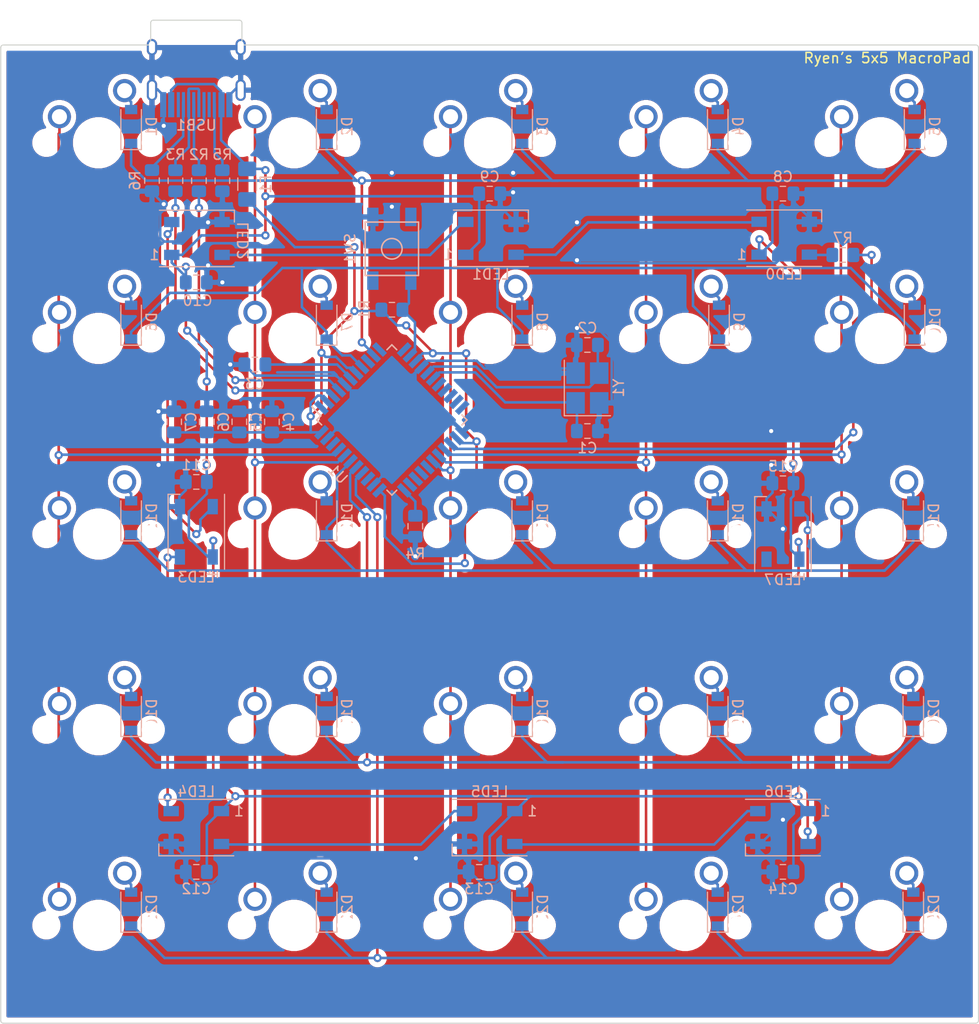
<source format=kicad_pcb>
(kicad_pcb (version 20171130) (host pcbnew "(5.1.2)-2")
  (layers (0 F.Cu signal) (31 B.Cu signal) (34 B.Paste user) (35 F.Paste user) (36 B.SilkS user) (37 F.SilkS user) (38 B.Mask user) (39 F.Mask user) (44 Edge.Cuts user))
  (net 0 "")
  (net 1 GND)
  (net 2 "Net-(C1-Pad1)")
  (net 3 "Net-(C2-Pad1)")
  (net 4 "Net-(C3-Pad1)")
  (net 5 +5V)
  (net 6 "Net-(D1-Pad2)")
  (net 7 ROW0)
  (net 8 "Net-(D2-Pad2)")
  (net 9 "Net-(D3-Pad2)")
  (net 10 "Net-(D4-Pad2)")
  (net 11 "Net-(D5-Pad2)")
  (net 12 "Net-(D6-Pad2)")
  (net 13 ROW1)
  (net 14 "Net-(D7-Pad2)")
  (net 15 "Net-(D8-Pad2)")
  (net 16 "Net-(D9-Pad2)")
  (net 17 "Net-(D10-Pad2)")
  (net 18 "Net-(D11-Pad2)")
  (net 19 ROW2)
  (net 20 "Net-(D12-Pad2)")
  (net 21 "Net-(D13-Pad2)")
  (net 22 "Net-(D14-Pad2)")
  (net 23 "Net-(D15-Pad2)")
  (net 24 "Net-(D16-Pad2)")
  (net 25 ROW3)
  (net 26 "Net-(D17-Pad2)")
  (net 27 "Net-(D18-Pad2)")
  (net 28 "Net-(D19-Pad2)")
  (net 29 "Net-(D20-Pad2)")
  (net 30 "Net-(D21-Pad2)")
  (net 31 ROW4)
  (net 32 "Net-(D22-Pad2)")
  (net 33 "Net-(D23-Pad2)")
  (net 34 "Net-(D24-Pad2)")
  (net 35 "Net-(D25-Pad2)")
  (net 36 VCC)
  (net 37 COL0)
  (net 38 COL1)
  (net 39 COL2)
  (net 40 COL3)
  (net 41 COL4)
  (net 42 "Net-(R1-Pad2)")
  (net 43 D+)
  (net 44 "Net-(R2-Pad1)")
  (net 45 D-)
  (net 46 "Net-(R3-Pad1)")
  (net 47 "Net-(R4-Pad2)")
  (net 48 "Net-(R5-Pad1)")
  (net 49 "Net-(R6-Pad1)")
  (net 50 LED)
  (net 51 "Net-(U1-Pad42)")
  (net 52 "Net-(U1-Pad36)")
  (net 53 "Net-(U1-Pad32)")
  (net 54 "Net-(U1-Pad31)")
  (net 55 "Net-(U1-Pad30)")
  (net 56 "Net-(U1-Pad29)")
  (net 57 "Net-(U1-Pad22)")
  (net 58 "Net-(U1-Pad21)")
  (net 59 "Net-(U1-Pad20)")
  (net 60 "Net-(U1-Pad19)")
  (net 61 "Net-(U1-Pad18)")
  (net 62 "Net-(U1-Pad12)")
  (net 63 "Net-(U1-Pad11)")
  (net 64 "Net-(U1-Pad1)")
  (net 65 "Net-(USB1-Pad3)")
  (net 66 "Net-(USB1-Pad9)")
  (net 67 "Net-(LED0-Pad2)")
  (net 68 "Net-(LED0-Pad4)")
  (net 69 "Net-(LED1-Pad2)")
  (net 70 "Net-(LED2-Pad2)")
  (net 71 "Net-(LED3-Pad2)")
  (net 72 "Net-(LED4-Pad2)")
  (net 73 "Net-(LED5-Pad2)")
  (net 74 "Net-(LED6-Pad2)")
  (net 75 "Net-(LED7-Pad2)")
  (net 76 "Net-(U1-Pad9)")
  (module MX_Only:MXOnly-1U-NoLED (layer F.Cu) (at 72.898 67.691)
    (fp_text reference MX7)
    (fp_text value MX-NoLED)
    (pad 2 thru_hole circle (at 2.54 -5.08) (size 2.25 2.25) (drill 1.47) (layers *.Cu B.Mask) (net 14 "Net-(D7-Pad2)"))
    (pad "" np_thru_hole circle (at 0 0) (size 3.9878 3.9878) (drill 3.9878) (layers *.Cu *.Mask))
    (pad 1 thru_hole circle (at -3.81 -2.54) (size 2.25 2.25) (drill 1.47) (layers *.Cu B.Mask) (net 38 COL1))
    (pad "" np_thru_hole circle (at -5.08 0 48.0996) (size 1.75 1.75) (drill 1.75) (layers *.Cu *.Mask))
    (pad "" np_thru_hole circle (at 5.08 0 48.0996) (size 1.75 1.75) (drill 1.75) (layers *.Cu *.Mask))
  )
  (module Capacitor_SMD:C_0805_2012Metric_Pad1.15x1.40mm_HandSolder (layer B.Cu) (at 120.523 81.788)
    (fp_text reference C15 (at 0 -1.651 180) (layer B.SilkS) (effects (justify mirror)))
    (fp_text value C_Small)
    (pad 2 smd roundrect (at 1.025 0) (size 1.15 1.4) (layers B.Cu B.Paste B.Mask) (roundrect_rratio 0.217391) (net 36 VCC))
    (pad 1 smd roundrect (at -1.025 0) (size 1.15 1.4) (layers B.Cu B.Paste B.Mask) (roundrect_rratio 0.217391) (net 1 GND))
  )
  (module Capacitor_SMD:C_0805_2012Metric_Pad1.15x1.40mm_HandSolder (layer B.Cu) (at 120.523 119.634)
    (fp_text reference C14 (at 0 1.65) (layer B.SilkS) (effects (justify mirror)))
    (fp_text value C_Small)
    (pad 2 smd roundrect (at 1.025 0) (size 1.15 1.4) (layers B.Cu B.Paste B.Mask) (roundrect_rratio 0.217391) (net 36 VCC))
    (pad 1 smd roundrect (at -1.025 0) (size 1.15 1.4) (layers B.Cu B.Paste B.Mask) (roundrect_rratio 0.217391) (net 1 GND))
  )
  (module Capacitor_SMD:C_0805_2012Metric_Pad1.15x1.40mm_HandSolder (layer B.Cu) (at 90.932 119.634)
    (fp_text reference C13 (at 0 1.65) (layer B.SilkS) (effects (justify mirror)))
    (fp_text value C_Small)
    (pad 2 smd roundrect (at 1.025 0) (size 1.15 1.4) (layers B.Cu B.Paste B.Mask) (roundrect_rratio 0.217391) (net 36 VCC))
    (pad 1 smd roundrect (at -1.025 0) (size 1.15 1.4) (layers B.Cu B.Paste B.Mask) (roundrect_rratio 0.217391) (net 1 GND))
  )
  (module Capacitor_SMD:C_0805_2012Metric_Pad1.15x1.40mm_HandSolder (layer B.Cu) (at 63.373 119.634)
    (fp_text reference C12 (at 0 1.65) (layer B.SilkS) (effects (justify mirror)))
    (fp_text value C_Small)
    (pad 1 smd roundrect (at -1.025 0) (size 1.15 1.4) (layers B.Cu B.Paste B.Mask) (roundrect_rratio 0.217391) (net 1 GND))
    (pad 2 smd roundrect (at 1.025 0) (size 1.15 1.4) (layers B.Cu B.Paste B.Mask) (roundrect_rratio 0.217391) (net 36 VCC))
  )
  (module Capacitor_SMD:C_0805_2012Metric_Pad1.15x1.40mm_HandSolder (layer B.Cu) (at 63.373 81.661)
    (fp_text reference C11 (at 0 -1.651) (layer B.SilkS) (effects (justify mirror)))
    (fp_text value C_Small)
    (pad 2 smd roundrect (at 1.025 0) (size 1.15 1.4) (layers B.Cu B.Paste B.Mask) (roundrect_rratio 0.217391) (net 36 VCC))
    (pad 1 smd roundrect (at -1.025 0) (size 1.15 1.4) (layers B.Cu B.Paste B.Mask) (roundrect_rratio 0.217391) (net 1 GND))
  )
  (module Capacitor_SMD:C_0805_2012Metric_Pad1.15x1.40mm_HandSolder (layer B.Cu) (at 63.373 62.23 180)
    (fp_text reference C10 (at -0.127 -1.778) (layer B.SilkS) (effects (justify mirror)))
    (fp_text value C_Small)
    (pad 2 smd roundrect (at 1.025 0 180) (size 1.15 1.4) (layers B.Cu B.Paste B.Mask) (roundrect_rratio 0.217391) (net 36 VCC))
    (pad 1 smd roundrect (at -1.025 0 180) (size 1.15 1.4) (layers B.Cu B.Paste B.Mask) (roundrect_rratio 0.217391) (net 1 GND))
  )
  (module Capacitor_SMD:C_0805_2012Metric_Pad1.15x1.40mm_HandSolder (layer B.Cu) (at 91.957 53.594 180)
    (fp_text reference C9 (at 0 1.65) (layer B.SilkS) (effects (justify mirror)))
    (fp_text value C_Small)
    (pad 2 smd roundrect (at 1.025 0 180) (size 1.15 1.4) (layers B.Cu B.Paste B.Mask) (roundrect_rratio 0.217391) (net 36 VCC))
    (pad 1 smd roundrect (at -1.025 0 180) (size 1.15 1.4) (layers B.Cu B.Paste B.Mask) (roundrect_rratio 0.217391) (net 1 GND))
  )
  (module Capacitor_SMD:C_0805_2012Metric_Pad1.15x1.40mm_HandSolder (layer B.Cu) (at 120.523 53.594 180)
    (fp_text reference C8 (at 0 1.65) (layer B.SilkS) (effects (justify mirror)))
    (fp_text value 102uF)
    (pad 2 smd roundrect (at 1.025 0 180) (size 1.15 1.4) (layers B.Cu B.Paste B.Mask) (roundrect_rratio 0.217391) (net 36 VCC))
    (pad 1 smd roundrect (at -1.025 0 180) (size 1.15 1.4) (layers B.Cu B.Paste B.Mask) (roundrect_rratio 0.217391) (net 1 GND))
  )
  (module LED_SMD:LED_WS2812B_PLCC4_5.0x5.0mm_P3.2mm (layer B.Cu) (at 120.523 86.741 90)
    (fp_text reference LED7 (at -4.445 0 180) (layer B.SilkS) (effects (justify mirror)))
    (fp_text value WS2812B)
    (fp_text user 1 (at -4.15 1.6 90) (layer B.SilkS) (effects (justify mirror)))
    (pad 1 smd rect (at -2.45 1.6 90) (size 1.5 1) (layers B.Cu B.Paste B.Mask) (net 36 VCC))
    (pad 2 smd rect (at -2.45 -1.6 90) (size 1.5 1) (layers B.Cu B.Paste B.Mask) (net 75 "Net-(LED7-Pad2)"))
    (pad 4 smd rect (at 2.45 1.6 90) (size 1.5 1) (layers B.Cu B.Paste B.Mask) (net 74 "Net-(LED6-Pad2)"))
    (pad 3 smd rect (at 2.45 -1.6 90) (size 1.5 1) (layers B.Cu B.Paste B.Mask) (net 1 GND))
  )
  (module LED_SMD:LED_WS2812B_PLCC4_5.0x5.0mm_P3.2mm (layer B.Cu) (at 120.523 115.316 180)
    (fp_text reference LED6 (at 0 3.5) (layer B.SilkS) (effects (justify mirror)))
    (fp_text value WS2812B)
    (fp_text user 1 (at -4.15 1.6) (layer B.SilkS) (effects (justify mirror)))
    (pad 1 smd rect (at -2.45 1.6 180) (size 1.5 1) (layers B.Cu B.Paste B.Mask) (net 36 VCC))
    (pad 2 smd rect (at -2.45 -1.6 180) (size 1.5 1) (layers B.Cu B.Paste B.Mask) (net 74 "Net-(LED6-Pad2)"))
    (pad 4 smd rect (at 2.45 1.6 180) (size 1.5 1) (layers B.Cu B.Paste B.Mask) (net 73 "Net-(LED5-Pad2)"))
    (pad 3 smd rect (at 2.45 -1.6 180) (size 1.5 1) (layers B.Cu B.Paste B.Mask) (net 1 GND))
  )
  (module LED_SMD:LED_WS2812B_PLCC4_5.0x5.0mm_P3.2mm (layer B.Cu) (at 91.948 115.316 180)
    (fp_text reference LED5 (at 0 3.5) (layer B.SilkS) (effects (justify mirror)))
    (fp_text value WS2812B)
    (fp_text user 1 (at -4.15 1.6) (layer B.SilkS) (effects (justify mirror)))
    (pad 1 smd rect (at -2.45 1.6 180) (size 1.5 1) (layers B.Cu B.Paste B.Mask) (net 36 VCC))
    (pad 2 smd rect (at -2.45 -1.6 180) (size 1.5 1) (layers B.Cu B.Paste B.Mask) (net 73 "Net-(LED5-Pad2)"))
    (pad 4 smd rect (at 2.45 1.6 180) (size 1.5 1) (layers B.Cu B.Paste B.Mask) (net 72 "Net-(LED4-Pad2)"))
    (pad 3 smd rect (at 2.45 -1.6 180) (size 1.5 1) (layers B.Cu B.Paste B.Mask) (net 1 GND))
  )
  (module LED_SMD:LED_WS2812B_PLCC4_5.0x5.0mm_P3.2mm (layer B.Cu) (at 63.373 115.316 180)
    (fp_text reference LED4 (at 0 3.5) (layer B.SilkS) (effects (justify mirror)))
    (fp_text value WS2812B)
    (fp_text user 1 (at -4.15 1.6) (layer B.SilkS) (effects (justify mirror)))
    (pad 1 smd rect (at -2.45 1.6 180) (size 1.5 1) (layers B.Cu B.Paste B.Mask) (net 36 VCC))
    (pad 2 smd rect (at -2.45 -1.6 180) (size 1.5 1) (layers B.Cu B.Paste B.Mask) (net 72 "Net-(LED4-Pad2)"))
    (pad 4 smd rect (at 2.45 1.6 180) (size 1.5 1) (layers B.Cu B.Paste B.Mask) (net 71 "Net-(LED3-Pad2)"))
    (pad 3 smd rect (at 2.45 -1.6 180) (size 1.5 1) (layers B.Cu B.Paste B.Mask) (net 1 GND))
  )
  (module LED_SMD:LED_WS2812B_PLCC4_5.0x5.0mm_P3.2mm (layer B.Cu) (at 63.373 86.51875 90)
    (fp_text reference LED3 (at -4.41325 0 180) (layer B.SilkS) (effects (justify mirror)))
    (fp_text value WS2812B)
    (fp_text user 1 (at -4.15 1.6 90) (layer B.SilkS) (effects (justify mirror)))
    (pad 1 smd rect (at -2.45 1.6 90) (size 1.5 1) (layers B.Cu B.Paste B.Mask) (net 36 VCC))
    (pad 2 smd rect (at -2.45 -1.6 90) (size 1.5 1) (layers B.Cu B.Paste B.Mask) (net 71 "Net-(LED3-Pad2)"))
    (pad 4 smd rect (at 2.45 1.6 90) (size 1.5 1) (layers B.Cu B.Paste B.Mask) (net 70 "Net-(LED2-Pad2)"))
    (pad 3 smd rect (at 2.45 -1.6 90) (size 1.5 1) (layers B.Cu B.Paste B.Mask) (net 1 GND))
  )
  (module LED_SMD:LED_WS2812B_PLCC4_5.0x5.0mm_P3.2mm (layer B.Cu) (at 63.43125 57.95625)
    (fp_text reference LED2 (at 4.51375 0.20975 270) (layer B.SilkS) (effects (justify mirror)))
    (fp_text value WS2812B)
    (fp_text user 1 (at -4.15 1.6) (layer B.SilkS) (effects (justify mirror)))
    (pad 1 smd rect (at -2.45 1.6) (size 1.5 1) (layers B.Cu B.Paste B.Mask) (net 36 VCC))
    (pad 2 smd rect (at -2.45 -1.6) (size 1.5 1) (layers B.Cu B.Paste B.Mask) (net 70 "Net-(LED2-Pad2)"))
    (pad 4 smd rect (at 2.45 1.6) (size 1.5 1) (layers B.Cu B.Paste B.Mask) (net 69 "Net-(LED1-Pad2)"))
    (pad 3 smd rect (at 2.45 -1.6) (size 1.5 1) (layers B.Cu B.Paste B.Mask) (net 1 GND))
  )
  (module LED_SMD:LED_WS2812B_PLCC4_5.0x5.0mm_P3.2mm (layer B.Cu) (at 92.075 57.94375)
    (fp_text reference LED1 (at 0 3.5) (layer B.SilkS) (effects (justify mirror)))
    (fp_text value WS2812B)
    (fp_text user 1 (at -4.15 1.6) (layer B.SilkS) (effects (justify mirror)))
    (pad 1 smd rect (at -2.45 1.6) (size 1.5 1) (layers B.Cu B.Paste B.Mask) (net 36 VCC))
    (pad 2 smd rect (at -2.45 -1.6) (size 1.5 1) (layers B.Cu B.Paste B.Mask) (net 69 "Net-(LED1-Pad2)"))
    (pad 4 smd rect (at 2.45 1.6) (size 1.5 1) (layers B.Cu B.Paste B.Mask) (net 67 "Net-(LED0-Pad2)"))
    (pad 3 smd rect (at 2.45 -1.6) (size 1.5 1) (layers B.Cu B.Paste B.Mask) (net 1 GND))
  )
  (module LED_SMD:LED_WS2812B_PLCC4_5.0x5.0mm_P3.2mm (layer B.Cu) (at 120.65 57.93125)
    (fp_text reference LED0 (at 0 3.5) (layer B.SilkS) (effects (justify mirror)))
    (fp_text value WS2812B)
    (fp_text user 1 (at -4.15 1.6) (layer B.SilkS) (effects (justify mirror)))
    (pad 1 smd rect (at -2.45 1.6) (size 1.5 1) (layers B.Cu B.Paste B.Mask) (net 36 VCC))
    (pad 2 smd rect (at -2.45 -1.6) (size 1.5 1) (layers B.Cu B.Paste B.Mask) (net 67 "Net-(LED0-Pad2)"))
    (pad 4 smd rect (at 2.45 1.6) (size 1.5 1) (layers B.Cu B.Paste B.Mask) (net 68 "Net-(LED0-Pad4)"))
    (pad 3 smd rect (at 2.45 -1.6) (size 1.5 1) (layers B.Cu B.Paste B.Mask) (net 1 GND))
  )
  (module Type-C:HRO-TYPE-C-31-M-12-HandSoldering (layer B.Cu) (at 63.373 36.73475)
    (fp_text reference USB1 (at 0 10.2) (layer B.SilkS) (effects (justify mirror)))
    (fp_text value HRO-TYPE-C-31-M-12)
    (pad 12 smd rect (at 3.225 8.195) (size 0.6 2.45) (layers B.Cu B.Paste B.Mask) (net 1 GND))
    (pad 1 smd rect (at -3.225 8.195) (size 0.6 2.45) (layers B.Cu B.Paste B.Mask) (net 1 GND))
    (pad 11 smd rect (at 2.45 8.195) (size 0.6 2.45) (layers B.Cu B.Paste B.Mask) (net 36 VCC))
    (pad 2 smd rect (at -2.45 8.195) (size 0.6 2.45) (layers B.Cu B.Paste B.Mask) (net 36 VCC))
    (pad 3 smd rect (at -1.75 8.195) (size 0.3 2.45) (layers B.Cu B.Paste B.Mask) (net 65 "Net-(USB1-Pad3)"))
    (pad 10 smd rect (at 1.75 8.195) (size 0.3 2.45) (layers B.Cu B.Paste B.Mask) (net 48 "Net-(R5-Pad1)"))
    (pad 4 smd rect (at -1.25 8.195) (size 0.3 2.45) (layers B.Cu B.Paste B.Mask) (net 49 "Net-(R6-Pad1)"))
    (pad 9 smd rect (at 1.25 8.195) (size 0.3 2.45) (layers B.Cu B.Paste B.Mask) (net 66 "Net-(USB1-Pad9)"))
    (pad 5 smd rect (at -0.75 8.195) (size 0.3 2.45) (layers B.Cu B.Paste B.Mask) (net 45 D-))
    (pad 8 smd rect (at 0.75 8.195) (size 0.3 2.45) (layers B.Cu B.Paste B.Mask) (net 43 D+))
    (pad 7 smd rect (at 0.25 8.195) (size 0.3 2.45) (layers B.Cu B.Paste B.Mask) (net 45 D-))
    (pad 6 smd rect (at -0.25 8.195) (size 0.3 2.45) (layers B.Cu B.Paste B.Mask) (net 43 D+))
    (pad "" np_thru_hole circle (at 2.89 6.25) (size 0.65 0.65) (drill 0.65) (layers *.Cu *.Mask))
    (pad "" np_thru_hole circle (at -2.89 6.25) (size 0.65 0.65) (drill 0.65) (layers *.Cu *.Mask))
    (pad 13 thru_hole oval (at -4.32 6.78) (size 1 2.1) (drill oval 0.6 1.7) (layers *.Cu F.Mask) (net 1 GND))
    (pad 13 thru_hole oval (at 4.32 6.78) (size 1 2.1) (drill oval 0.6 1.7) (layers *.Cu F.Mask) (net 1 GND))
    (pad 13 thru_hole oval (at -4.32 2.6) (size 1 1.6) (drill oval 0.6 1.2) (layers *.Cu F.Mask) (net 1 GND))
    (pad 13 thru_hole oval (at 4.32 2.6) (size 1 1.6) (drill oval 0.6 1.2) (layers *.Cu F.Mask) (net 1 GND))
  )
  (module Crystal:Crystal_SMD_3225-4Pin_3.2x2.5mm_HandSoldering (layer B.Cu) (at 101.473 72.517 90)
    (fp_text reference Y1 (at 0 3.05 90) (layer B.SilkS) (effects (justify mirror)))
    (fp_text value 16MHz)
    (pad 4 smd rect (at -1.45 1.15 90) (size 2.1 1.8) (layers B.Cu B.Paste B.Mask) (net 1 GND))
    (pad 3 smd rect (at 1.45 1.15 90) (size 2.1 1.8) (layers B.Cu B.Paste B.Mask) (net 3 "Net-(C2-Pad1)"))
    (pad 2 smd rect (at 1.45 -1.15 90) (size 2.1 1.8) (layers B.Cu B.Paste B.Mask) (net 1 GND))
    (pad 1 smd rect (at -1.45 -1.15 90) (size 2.1 1.8) (layers B.Cu B.Paste B.Mask) (net 2 "Net-(C1-Pad1)"))
  )
  (module Package_QFP:TQFP-44_10x10mm_P0.8mm (layer B.Cu) (at 82.423 75.6285 315)
    (fp_text reference U1 (at 0 7.450001 315) (layer B.SilkS) (effects (justify mirror)))
    (fp_text value ATmega32U4-AU)
    (pad 44 smd rect (at -4 5.7 225) (size 1.5 0.55) (layers B.Cu B.Paste B.Mask) (net 5 +5V))
    (pad 43 smd rect (at -3.2 5.7 225) (size 1.5 0.55) (layers B.Cu B.Paste B.Mask) (net 1 GND))
    (pad 42 smd rect (at -2.4 5.7 225) (size 1.5 0.55) (layers B.Cu B.Paste B.Mask) (net 51 "Net-(U1-Pad42)"))
    (pad 41 smd rect (at -1.6 5.7 225) (size 1.5 0.55) (layers B.Cu B.Paste B.Mask) (net 37 COL0))
    (pad 40 smd rect (at -0.8 5.7 225) (size 1.5 0.55) (layers B.Cu B.Paste B.Mask) (net 38 COL1))
    (pad 39 smd rect (at 0 5.7 225) (size 1.5 0.55) (layers B.Cu B.Paste B.Mask) (net 19 ROW2))
    (pad 38 smd rect (at 0.8 5.7 225) (size 1.5 0.55) (layers B.Cu B.Paste B.Mask) (net 25 ROW3))
    (pad 37 smd rect (at 1.6 5.7 225) (size 1.5 0.55) (layers B.Cu B.Paste B.Mask) (net 31 ROW4))
    (pad 36 smd rect (at 2.4 5.7 225) (size 1.5 0.55) (layers B.Cu B.Paste B.Mask) (net 52 "Net-(U1-Pad36)"))
    (pad 35 smd rect (at 3.2 5.7 225) (size 1.5 0.55) (layers B.Cu B.Paste B.Mask) (net 1 GND))
    (pad 34 smd rect (at 4 5.7 225) (size 1.5 0.55) (layers B.Cu B.Paste B.Mask) (net 5 +5V))
    (pad 33 smd rect (at 5.7 4 315) (size 1.5 0.55) (layers B.Cu B.Paste B.Mask) (net 47 "Net-(R4-Pad2)"))
    (pad 32 smd rect (at 5.7 3.2 315) (size 1.5 0.55) (layers B.Cu B.Paste B.Mask) (net 53 "Net-(U1-Pad32)"))
    (pad 31 smd rect (at 5.7 2.4 315) (size 1.5 0.55) (layers B.Cu B.Paste B.Mask) (net 54 "Net-(U1-Pad31)"))
    (pad 30 smd rect (at 5.7 1.6 315) (size 1.5 0.55) (layers B.Cu B.Paste B.Mask) (net 55 "Net-(U1-Pad30)"))
    (pad 29 smd rect (at 5.7 0.8 315) (size 1.5 0.55) (layers B.Cu B.Paste B.Mask) (net 56 "Net-(U1-Pad29)"))
    (pad 28 smd rect (at 5.7 0 315) (size 1.5 0.55) (layers B.Cu B.Paste B.Mask) (net 39 COL2))
    (pad 27 smd rect (at 5.7 -0.8 315) (size 1.5 0.55) (layers B.Cu B.Paste B.Mask) (net 40 COL3))
    (pad 26 smd rect (at 5.7 -1.6 315) (size 1.5 0.55) (layers B.Cu B.Paste B.Mask) (net 41 COL4))
    (pad 25 smd rect (at 5.7 -2.4 315) (size 1.5 0.55) (layers B.Cu B.Paste B.Mask) (net 50 LED))
    (pad 24 smd rect (at 5.7 -3.2 315) (size 1.5 0.55) (layers B.Cu B.Paste B.Mask) (net 5 +5V))
    (pad 23 smd rect (at 5.7 -4 315) (size 1.5 0.55) (layers B.Cu B.Paste B.Mask) (net 1 GND))
    (pad 22 smd rect (at 4 -5.7 225) (size 1.5 0.55) (layers B.Cu B.Paste B.Mask) (net 57 "Net-(U1-Pad22)"))
    (pad 21 smd rect (at 3.2 -5.7 225) (size 1.5 0.55) (layers B.Cu B.Paste B.Mask) (net 58 "Net-(U1-Pad21)"))
    (pad 20 smd rect (at 2.4 -5.7 225) (size 1.5 0.55) (layers B.Cu B.Paste B.Mask) (net 59 "Net-(U1-Pad20)"))
    (pad 19 smd rect (at 1.6 -5.7 225) (size 1.5 0.55) (layers B.Cu B.Paste B.Mask) (net 60 "Net-(U1-Pad19)"))
    (pad 18 smd rect (at 0.8 -5.7 225) (size 1.5 0.55) (layers B.Cu B.Paste B.Mask) (net 61 "Net-(U1-Pad18)"))
    (pad 17 smd rect (at 0 -5.7 225) (size 1.5 0.55) (layers B.Cu B.Paste B.Mask) (net 2 "Net-(C1-Pad1)"))
    (pad 16 smd rect (at -0.8 -5.7 225) (size 1.5 0.55) (layers B.Cu B.Paste B.Mask) (net 3 "Net-(C2-Pad1)"))
    (pad 15 smd rect (at -1.6 -5.7 225) (size 1.5 0.55) (layers B.Cu B.Paste B.Mask) (net 1 GND))
    (pad 14 smd rect (at -2.4 -5.7 225) (size 1.5 0.55) (layers B.Cu B.Paste B.Mask) (net 5 +5V))
    (pad 13 smd rect (at -3.2 -5.7 225) (size 1.5 0.55) (layers B.Cu B.Paste B.Mask) (net 42 "Net-(R1-Pad2)"))
    (pad 12 smd rect (at -4 -5.7 225) (size 1.5 0.55) (layers B.Cu B.Paste B.Mask) (net 62 "Net-(U1-Pad12)"))
    (pad 11 smd rect (at -5.7 -4 315) (size 1.5 0.55) (layers B.Cu B.Paste B.Mask) (net 63 "Net-(U1-Pad11)"))
    (pad 10 smd rect (at -5.7 -3.2 315) (size 1.5 0.55) (layers B.Cu B.Paste B.Mask) (net 7 ROW0))
    (pad 9 smd rect (at -5.7 -2.4 315) (size 1.5 0.55) (layers B.Cu B.Paste B.Mask) (net 76 "Net-(U1-Pad9)"))
    (pad 8 smd rect (at -5.7 -1.6 315) (size 1.5 0.55) (layers B.Cu B.Paste B.Mask) (net 13 ROW1))
    (pad 7 smd rect (at -5.7 -0.8 315) (size 1.5 0.55) (layers B.Cu B.Paste B.Mask) (net 5 +5V))
    (pad 6 smd rect (at -5.7 0 315) (size 1.5 0.55) (layers B.Cu B.Paste B.Mask) (net 4 "Net-(C3-Pad1)"))
    (pad 5 smd rect (at -5.7 0.8 315) (size 1.5 0.55) (layers B.Cu B.Paste B.Mask) (net 1 GND))
    (pad 4 smd rect (at -5.7 1.6 315) (size 1.5 0.55) (layers B.Cu B.Paste B.Mask) (net 44 "Net-(R2-Pad1)"))
    (pad 3 smd rect (at -5.7 2.4 315) (size 1.5 0.55) (layers B.Cu B.Paste B.Mask) (net 46 "Net-(R3-Pad1)"))
    (pad 2 smd rect (at -5.7 3.2 315) (size 1.5 0.55) (layers B.Cu B.Paste B.Mask) (net 5 +5V))
    (pad 1 smd rect (at -5.7 4 315) (size 1.5 0.55) (layers B.Cu B.Paste B.Mask) (net 64 "Net-(U1-Pad1)"))
  )
  (module random-keyboard-parts:SKQG-1155865 (layer B.Cu) (at 82.423 58.95975 90)
    (fp_text reference SW1 (at 0 -4.064 90) (layer B.SilkS) (effects (justify mirror)))
    (fp_text value SW_Push)
    (pad 4 smd rect (at -3.1 -1.85 90) (size 1.8 1.1) (layers B.Cu B.Paste B.Mask))
    (pad 3 smd rect (at 3.1 1.85 90) (size 1.8 1.1) (layers B.Cu B.Paste B.Mask))
    (pad 2 smd rect (at -3.1 1.85 90) (size 1.8 1.1) (layers B.Cu B.Paste B.Mask) (net 42 "Net-(R1-Pad2)"))
    (pad 1 smd rect (at 3.1 -1.85 90) (size 1.8 1.1) (layers B.Cu B.Paste B.Mask) (net 1 GND))
  )
  (module Resistor_SMD:R_0805_2012Metric_Pad1.15x1.40mm_HandSolder (layer B.Cu) (at 126.365 59.563 180)
    (fp_text reference R7 (at 0 1.65) (layer B.SilkS) (effects (justify mirror)))
    (fp_text value 500)
    (pad 2 smd roundrect (at 1.025 0 180) (size 1.15 1.4) (layers B.Cu B.Paste B.Mask) (roundrect_rratio 0.217391) (net 68 "Net-(LED0-Pad4)"))
    (pad 1 smd roundrect (at -1.025 0 180) (size 1.15 1.4) (layers B.Cu B.Paste B.Mask) (roundrect_rratio 0.217391) (net 50 LED))
  )
  (module Resistor_SMD:R_0805_2012Metric_Pad1.15x1.40mm_HandSolder (layer B.Cu) (at 59.055 52.324 270)
    (fp_text reference R6 (at 0 1.65 90) (layer B.SilkS) (effects (justify mirror)))
    (fp_text value 5.1k)
    (pad 2 smd roundrect (at 1.025 0 270) (size 1.15 1.4) (layers B.Cu B.Paste B.Mask) (roundrect_rratio 0.217391) (net 1 GND))
    (pad 1 smd roundrect (at -1.025 0 270) (size 1.15 1.4) (layers B.Cu B.Paste B.Mask) (roundrect_rratio 0.217391) (net 49 "Net-(R6-Pad1)"))
  )
  (module Resistor_SMD:R_0805_2012Metric_Pad1.15x1.40mm_HandSolder (layer B.Cu) (at 65.913 52.333 270)
    (fp_text reference R5 (at -2.549 0) (layer B.SilkS) (effects (justify mirror)))
    (fp_text value 5.1k)
    (pad 2 smd roundrect (at 1.025 0 270) (size 1.15 1.4) (layers B.Cu B.Paste B.Mask) (roundrect_rratio 0.217391) (net 1 GND))
    (pad 1 smd roundrect (at -1.025 0 270) (size 1.15 1.4) (layers B.Cu B.Paste B.Mask) (roundrect_rratio 0.217391) (net 48 "Net-(R5-Pad1)"))
  )
  (module Resistor_SMD:R_0805_2012Metric_Pad1.15x1.40mm_HandSolder (layer B.Cu) (at 84.709 85.979 90)
    (fp_text reference R4 (at -2.667 0 180) (layer B.SilkS) (effects (justify mirror)))
    (fp_text value 10k)
    (pad 2 smd roundrect (at 1.025 0 90) (size 1.15 1.4) (layers B.Cu B.Paste B.Mask) (roundrect_rratio 0.217391) (net 47 "Net-(R4-Pad2)"))
    (pad 1 smd roundrect (at -1.025 0 90) (size 1.15 1.4) (layers B.Cu B.Paste B.Mask) (roundrect_rratio 0.217391) (net 1 GND))
  )
  (module Resistor_SMD:R_0805_2012Metric_Pad1.15x1.40mm_HandSolder (layer B.Cu) (at 61.341 52.333 90)
    (fp_text reference R3 (at 2.549 0 180) (layer B.SilkS) (effects (justify mirror)))
    (fp_text value 22)
    (pad 2 smd roundrect (at 1.025 0 90) (size 1.15 1.4) (layers B.Cu B.Paste B.Mask) (roundrect_rratio 0.217391) (net 45 D-))
    (pad 1 smd roundrect (at -1.025 0 90) (size 1.15 1.4) (layers B.Cu B.Paste B.Mask) (roundrect_rratio 0.217391) (net 46 "Net-(R3-Pad1)"))
  )
  (module Resistor_SMD:R_0805_2012Metric_Pad1.15x1.40mm_HandSolder (layer B.Cu) (at 63.627 52.333 90)
    (fp_text reference R2 (at 2.549 0 180) (layer B.SilkS) (effects (justify mirror)))
    (fp_text value 22)
    (pad 2 smd roundrect (at 1.025 0 90) (size 1.15 1.4) (layers B.Cu B.Paste B.Mask) (roundrect_rratio 0.217391) (net 43 D+))
    (pad 1 smd roundrect (at -1.025 0 90) (size 1.15 1.4) (layers B.Cu B.Paste B.Mask) (roundrect_rratio 0.217391) (net 44 "Net-(R2-Pad1)"))
  )
  (module Resistor_SMD:R_0805_2012Metric_Pad1.15x1.40mm_HandSolder (layer B.Cu) (at 82.432 64.897)
    (fp_text reference R1 (at -2.676 0 90) (layer B.SilkS) (effects (justify mirror)))
    (fp_text value 10k)
    (pad 2 smd roundrect (at 1.025 0) (size 1.15 1.4) (layers B.Cu B.Paste B.Mask) (roundrect_rratio 0.217391) (net 42 "Net-(R1-Pad2)"))
    (pad 1 smd roundrect (at -1.025 0) (size 1.15 1.4) (layers B.Cu B.Paste B.Mask) (roundrect_rratio 0.217391) (net 5 +5V))
  )
  (module MX_Only:MXOnly-1U-NoLED (layer F.Cu) (at 130.048 124.841)
    (fp_text reference MX25)
    (fp_text value MX-NoLED)
    (pad 2 thru_hole circle (at 2.54 -5.08) (size 2.25 2.25) (drill 1.47) (layers *.Cu B.Mask) (net 35 "Net-(D25-Pad2)"))
    (pad "" np_thru_hole circle (at 0 0) (size 3.9878 3.9878) (drill 3.9878) (layers *.Cu *.Mask))
    (pad 1 thru_hole circle (at -3.81 -2.54) (size 2.25 2.25) (drill 1.47) (layers *.Cu B.Mask) (net 41 COL4))
    (pad "" np_thru_hole circle (at -5.08 0 48.0996) (size 1.75 1.75) (drill 1.75) (layers *.Cu *.Mask))
    (pad "" np_thru_hole circle (at 5.08 0 48.0996) (size 1.75 1.75) (drill 1.75) (layers *.Cu *.Mask))
  )
  (module MX_Only:MXOnly-1U-NoLED (layer F.Cu) (at 110.998 124.841)
    (fp_text reference MX24)
    (fp_text value MX-NoLED)
    (pad 2 thru_hole circle (at 2.54 -5.08) (size 2.25 2.25) (drill 1.47) (layers *.Cu B.Mask) (net 34 "Net-(D24-Pad2)"))
    (pad "" np_thru_hole circle (at 0 0) (size 3.9878 3.9878) (drill 3.9878) (layers *.Cu *.Mask))
    (pad 1 thru_hole circle (at -3.81 -2.54) (size 2.25 2.25) (drill 1.47) (layers *.Cu B.Mask) (net 40 COL3))
    (pad "" np_thru_hole circle (at -5.08 0 48.0996) (size 1.75 1.75) (drill 1.75) (layers *.Cu *.Mask))
    (pad "" np_thru_hole circle (at 5.08 0 48.0996) (size 1.75 1.75) (drill 1.75) (layers *.Cu *.Mask))
  )
  (module MX_Only:MXOnly-1U-NoLED (layer F.Cu) (at 91.948 124.841)
    (fp_text reference MX23)
    (fp_text value MX-NoLED)
    (pad 2 thru_hole circle (at 2.54 -5.08) (size 2.25 2.25) (drill 1.47) (layers *.Cu B.Mask) (net 33 "Net-(D23-Pad2)"))
    (pad "" np_thru_hole circle (at 0 0) (size 3.9878 3.9878) (drill 3.9878) (layers *.Cu *.Mask))
    (pad 1 thru_hole circle (at -3.81 -2.54) (size 2.25 2.25) (drill 1.47) (layers *.Cu B.Mask) (net 39 COL2))
    (pad "" np_thru_hole circle (at -5.08 0 48.0996) (size 1.75 1.75) (drill 1.75) (layers *.Cu *.Mask))
    (pad "" np_thru_hole circle (at 5.08 0 48.0996) (size 1.75 1.75) (drill 1.75) (layers *.Cu *.Mask))
  )
  (module MX_Only:MXOnly-1U-NoLED (layer F.Cu) (at 72.898 124.841)
    (fp_text reference MX22)
    (fp_text value MX-NoLED)
    (pad 2 thru_hole circle (at 2.54 -5.08) (size 2.25 2.25) (drill 1.47) (layers *.Cu B.Mask) (net 32 "Net-(D22-Pad2)"))
    (pad "" np_thru_hole circle (at 0 0) (size 3.9878 3.9878) (drill 3.9878) (layers *.Cu *.Mask))
    (pad 1 thru_hole circle (at -3.81 -2.54) (size 2.25 2.25) (drill 1.47) (layers *.Cu B.Mask) (net 38 COL1))
    (pad "" np_thru_hole circle (at -5.08 0 48.0996) (size 1.75 1.75) (drill 1.75) (layers *.Cu *.Mask))
    (pad "" np_thru_hole circle (at 5.08 0 48.0996) (size 1.75 1.75) (drill 1.75) (layers *.Cu *.Mask))
  )
  (module MX_Only:MXOnly-1U-NoLED (layer F.Cu) (at 53.848 124.841)
    (fp_text reference MX21)
    (fp_text value MX-NoLED)
    (pad 2 thru_hole circle (at 2.54 -5.08) (size 2.25 2.25) (drill 1.47) (layers *.Cu B.Mask) (net 30 "Net-(D21-Pad2)"))
    (pad "" np_thru_hole circle (at 0 0) (size 3.9878 3.9878) (drill 3.9878) (layers *.Cu *.Mask))
    (pad 1 thru_hole circle (at -3.81 -2.54) (size 2.25 2.25) (drill 1.47) (layers *.Cu B.Mask) (net 37 COL0))
    (pad "" np_thru_hole circle (at -5.08 0 48.0996) (size 1.75 1.75) (drill 1.75) (layers *.Cu *.Mask))
    (pad "" np_thru_hole circle (at 5.08 0 48.0996) (size 1.75 1.75) (drill 1.75) (layers *.Cu *.Mask))
  )
  (module MX_Only:MXOnly-1U-NoLED (layer F.Cu) (at 130.048 105.791)
    (fp_text reference MX20)
    (fp_text value MX-NoLED)
    (pad 2 thru_hole circle (at 2.54 -5.08) (size 2.25 2.25) (drill 1.47) (layers *.Cu B.Mask) (net 29 "Net-(D20-Pad2)"))
    (pad "" np_thru_hole circle (at 0 0) (size 3.9878 3.9878) (drill 3.9878) (layers *.Cu *.Mask))
    (pad 1 thru_hole circle (at -3.81 -2.54) (size 2.25 2.25) (drill 1.47) (layers *.Cu B.Mask) (net 41 COL4))
    (pad "" np_thru_hole circle (at -5.08 0 48.0996) (size 1.75 1.75) (drill 1.75) (layers *.Cu *.Mask))
    (pad "" np_thru_hole circle (at 5.08 0 48.0996) (size 1.75 1.75) (drill 1.75) (layers *.Cu *.Mask))
  )
  (module MX_Only:MXOnly-1U-NoLED (layer F.Cu) (at 110.998 105.791)
    (fp_text reference MX19)
    (fp_text value MX-NoLED)
    (pad 2 thru_hole circle (at 2.54 -5.08) (size 2.25 2.25) (drill 1.47) (layers *.Cu B.Mask) (net 28 "Net-(D19-Pad2)"))
    (pad "" np_thru_hole circle (at 0 0) (size 3.9878 3.9878) (drill 3.9878) (layers *.Cu *.Mask))
    (pad 1 thru_hole circle (at -3.81 -2.54) (size 2.25 2.25) (drill 1.47) (layers *.Cu B.Mask) (net 40 COL3))
    (pad "" np_thru_hole circle (at -5.08 0 48.0996) (size 1.75 1.75) (drill 1.75) (layers *.Cu *.Mask))
    (pad "" np_thru_hole circle (at 5.08 0 48.0996) (size 1.75 1.75) (drill 1.75) (layers *.Cu *.Mask))
  )
  (module MX_Only:MXOnly-1U-NoLED (layer F.Cu) (at 91.948 105.791)
    (fp_text reference MX18)
    (fp_text value MX-NoLED)
    (pad 2 thru_hole circle (at 2.54 -5.08) (size 2.25 2.25) (drill 1.47) (layers *.Cu B.Mask) (net 27 "Net-(D18-Pad2)"))
    (pad "" np_thru_hole circle (at 0 0) (size 3.9878 3.9878) (drill 3.9878) (layers *.Cu *.Mask))
    (pad 1 thru_hole circle (at -3.81 -2.54) (size 2.25 2.25) (drill 1.47) (layers *.Cu B.Mask) (net 39 COL2))
    (pad "" np_thru_hole circle (at -5.08 0 48.0996) (size 1.75 1.75) (drill 1.75) (layers *.Cu *.Mask))
    (pad "" np_thru_hole circle (at 5.08 0 48.0996) (size 1.75 1.75) (drill 1.75) (layers *.Cu *.Mask))
  )
  (module MX_Only:MXOnly-1U-NoLED (layer F.Cu) (at 72.898 105.791)
    (fp_text reference MX17)
    (fp_text value MX-NoLED)
    (pad 2 thru_hole circle (at 2.54 -5.08) (size 2.25 2.25) (drill 1.47) (layers *.Cu B.Mask) (net 26 "Net-(D17-Pad2)"))
    (pad "" np_thru_hole circle (at 0 0) (size 3.9878 3.9878) (drill 3.9878) (layers *.Cu *.Mask))
    (pad 1 thru_hole circle (at -3.81 -2.54) (size 2.25 2.25) (drill 1.47) (layers *.Cu B.Mask) (net 38 COL1))
    (pad "" np_thru_hole circle (at -5.08 0 48.0996) (size 1.75 1.75) (drill 1.75) (layers *.Cu *.Mask))
    (pad "" np_thru_hole circle (at 5.08 0 48.0996) (size 1.75 1.75) (drill 1.75) (layers *.Cu *.Mask))
  )
  (module MX_Only:MXOnly-1U-NoLED (layer F.Cu) (at 53.848 105.791)
    (fp_text reference MX16)
    (fp_text value MX-NoLED)
    (pad 2 thru_hole circle (at 2.54 -5.08) (size 2.25 2.25) (drill 1.47) (layers *.Cu B.Mask) (net 24 "Net-(D16-Pad2)"))
    (pad "" np_thru_hole circle (at 0 0) (size 3.9878 3.9878) (drill 3.9878) (layers *.Cu *.Mask))
    (pad 1 thru_hole circle (at -3.81 -2.54) (size 2.25 2.25) (drill 1.47) (layers *.Cu B.Mask) (net 37 COL0))
    (pad "" np_thru_hole circle (at -5.08 0 48.0996) (size 1.75 1.75) (drill 1.75) (layers *.Cu *.Mask))
    (pad "" np_thru_hole circle (at 5.08 0 48.0996) (size 1.75 1.75) (drill 1.75) (layers *.Cu *.Mask))
  )
  (module MX_Only:MXOnly-1U-NoLED (layer F.Cu) (at 130.048 86.741)
    (fp_text reference MX15)
    (fp_text value MX-NoLED)
    (pad 2 thru_hole circle (at 2.54 -5.08) (size 2.25 2.25) (drill 1.47) (layers *.Cu B.Mask) (net 23 "Net-(D15-Pad2)"))
    (pad "" np_thru_hole circle (at 0 0) (size 3.9878 3.9878) (drill 3.9878) (layers *.Cu *.Mask))
    (pad 1 thru_hole circle (at -3.81 -2.54) (size 2.25 2.25) (drill 1.47) (layers *.Cu B.Mask) (net 41 COL4))
    (pad "" np_thru_hole circle (at -5.08 0 48.0996) (size 1.75 1.75) (drill 1.75) (layers *.Cu *.Mask))
    (pad "" np_thru_hole circle (at 5.08 0 48.0996) (size 1.75 1.75) (drill 1.75) (layers *.Cu *.Mask))
  )
  (module MX_Only:MXOnly-1U-NoLED (layer F.Cu) (at 110.998 86.741)
    (fp_text reference MX14)
    (fp_text value MX-NoLED)
    (pad 2 thru_hole circle (at 2.54 -5.08) (size 2.25 2.25) (drill 1.47) (layers *.Cu B.Mask) (net 22 "Net-(D14-Pad2)"))
    (pad "" np_thru_hole circle (at 0 0) (size 3.9878 3.9878) (drill 3.9878) (layers *.Cu *.Mask))
    (pad 1 thru_hole circle (at -3.81 -2.54) (size 2.25 2.25) (drill 1.47) (layers *.Cu B.Mask) (net 40 COL3))
    (pad "" np_thru_hole circle (at -5.08 0 48.0996) (size 1.75 1.75) (drill 1.75) (layers *.Cu *.Mask))
    (pad "" np_thru_hole circle (at 5.08 0 48.0996) (size 1.75 1.75) (drill 1.75) (layers *.Cu *.Mask))
  )
  (module MX_Only:MXOnly-1U-NoLED (layer F.Cu) (at 91.948 86.741)
    (fp_text reference MX13)
    (fp_text value MX-NoLED)
    (pad 2 thru_hole circle (at 2.54 -5.08) (size 2.25 2.25) (drill 1.47) (layers *.Cu B.Mask) (net 21 "Net-(D13-Pad2)"))
    (pad "" np_thru_hole circle (at 0 0) (size 3.9878 3.9878) (drill 3.9878) (layers *.Cu *.Mask))
    (pad 1 thru_hole circle (at -3.81 -2.54) (size 2.25 2.25) (drill 1.47) (layers *.Cu B.Mask) (net 39 COL2))
    (pad "" np_thru_hole circle (at -5.08 0 48.0996) (size 1.75 1.75) (drill 1.75) (layers *.Cu *.Mask))
    (pad "" np_thru_hole circle (at 5.08 0 48.0996) (size 1.75 1.75) (drill 1.75) (layers *.Cu *.Mask))
  )
  (module MX_Only:MXOnly-1U-NoLED (layer F.Cu) (at 72.898 86.741)
    (fp_text reference MX12)
    (fp_text value MX-NoLED)
    (pad 2 thru_hole circle (at 2.54 -5.08) (size 2.25 2.25) (drill 1.47) (layers *.Cu B.Mask) (net 20 "Net-(D12-Pad2)"))
    (pad "" np_thru_hole circle (at 0 0) (size 3.9878 3.9878) (drill 3.9878) (layers *.Cu *.Mask))
    (pad 1 thru_hole circle (at -3.81 -2.54) (size 2.25 2.25) (drill 1.47) (layers *.Cu B.Mask) (net 38 COL1))
    (pad "" np_thru_hole circle (at -5.08 0 48.0996) (size 1.75 1.75) (drill 1.75) (layers *.Cu *.Mask))
    (pad "" np_thru_hole circle (at 5.08 0 48.0996) (size 1.75 1.75) (drill 1.75) (layers *.Cu *.Mask))
  )
  (module MX_Only:MXOnly-1U-NoLED (layer F.Cu) (at 53.848 86.741)
    (fp_text reference MX11)
    (fp_text value MX-NoLED)
    (pad 2 thru_hole circle (at 2.54 -5.08) (size 2.25 2.25) (drill 1.47) (layers *.Cu B.Mask) (net 18 "Net-(D11-Pad2)"))
    (pad "" np_thru_hole circle (at 0 0) (size 3.9878 3.9878) (drill 3.9878) (layers *.Cu *.Mask))
    (pad 1 thru_hole circle (at -3.81 -2.54) (size 2.25 2.25) (drill 1.47) (layers *.Cu B.Mask) (net 37 COL0))
    (pad "" np_thru_hole circle (at -5.08 0 48.0996) (size 1.75 1.75) (drill 1.75) (layers *.Cu *.Mask))
    (pad "" np_thru_hole circle (at 5.08 0 48.0996) (size 1.75 1.75) (drill 1.75) (layers *.Cu *.Mask))
  )
  (module MX_Only:MXOnly-1U-NoLED (layer F.Cu) (at 130.048 67.691)
    (fp_text reference MX10)
    (fp_text value MX-NoLED)
    (pad 2 thru_hole circle (at 2.54 -5.08) (size 2.25 2.25) (drill 1.47) (layers *.Cu B.Mask) (net 17 "Net-(D10-Pad2)"))
    (pad "" np_thru_hole circle (at 0 0) (size 3.9878 3.9878) (drill 3.9878) (layers *.Cu *.Mask))
    (pad 1 thru_hole circle (at -3.81 -2.54) (size 2.25 2.25) (drill 1.47) (layers *.Cu B.Mask) (net 41 COL4))
    (pad "" np_thru_hole circle (at -5.08 0 48.0996) (size 1.75 1.75) (drill 1.75) (layers *.Cu *.Mask))
    (pad "" np_thru_hole circle (at 5.08 0 48.0996) (size 1.75 1.75) (drill 1.75) (layers *.Cu *.Mask))
  )
  (module MX_Only:MXOnly-1U-NoLED (layer F.Cu) (at 110.998 67.691)
    (fp_text reference MX9)
    (fp_text value MX-NoLED)
    (pad 2 thru_hole circle (at 2.54 -5.08) (size 2.25 2.25) (drill 1.47) (layers *.Cu B.Mask) (net 16 "Net-(D9-Pad2)"))
    (pad "" np_thru_hole circle (at 0 0) (size 3.9878 3.9878) (drill 3.9878) (layers *.Cu *.Mask))
    (pad 1 thru_hole circle (at -3.81 -2.54) (size 2.25 2.25) (drill 1.47) (layers *.Cu B.Mask) (net 40 COL3))
    (pad "" np_thru_hole circle (at -5.08 0 48.0996) (size 1.75 1.75) (drill 1.75) (layers *.Cu *.Mask))
    (pad "" np_thru_hole circle (at 5.08 0 48.0996) (size 1.75 1.75) (drill 1.75) (layers *.Cu *.Mask))
  )
  (module MX_Only:MXOnly-1U-NoLED (layer F.Cu) (at 91.948 67.691)
    (fp_text reference MX8)
    (fp_text value MX-NoLED)
    (pad 2 thru_hole circle (at 2.54 -5.08) (size 2.25 2.25) (drill 1.47) (layers *.Cu B.Mask) (net 15 "Net-(D8-Pad2)"))
    (pad "" np_thru_hole circle (at 0 0) (size 3.9878 3.9878) (drill 3.9878) (layers *.Cu *.Mask))
    (pad 1 thru_hole circle (at -3.81 -2.54) (size 2.25 2.25) (drill 1.47) (layers *.Cu B.Mask) (net 39 COL2))
    (pad "" np_thru_hole circle (at -5.08 0 48.0996) (size 1.75 1.75) (drill 1.75) (layers *.Cu *.Mask))
    (pad "" np_thru_hole circle (at 5.08 0 48.0996) (size 1.75 1.75) (drill 1.75) (layers *.Cu *.Mask))
  )
  (module MX_Only:MXOnly-1U-NoLED (layer F.Cu) (at 53.848 67.691)
    (fp_text reference MX6)
    (fp_text value MX-NoLED)
    (pad 2 thru_hole circle (at 2.54 -5.08) (size 2.25 2.25) (drill 1.47) (layers *.Cu B.Mask) (net 12 "Net-(D6-Pad2)"))
    (pad "" np_thru_hole circle (at 0 0) (size 3.9878 3.9878) (drill 3.9878) (layers *.Cu *.Mask))
    (pad 1 thru_hole circle (at -3.81 -2.54) (size 2.25 2.25) (drill 1.47) (layers *.Cu B.Mask) (net 37 COL0))
    (pad "" np_thru_hole circle (at -5.08 0 48.0996) (size 1.75 1.75) (drill 1.75) (layers *.Cu *.Mask))
    (pad "" np_thru_hole circle (at 5.08 0 48.0996) (size 1.75 1.75) (drill 1.75) (layers *.Cu *.Mask))
  )
  (module MX_Only:MXOnly-1U-NoLED (layer F.Cu) (at 130.048 48.641)
    (fp_text reference MX5)
    (fp_text value MX-NoLED)
    (pad 2 thru_hole circle (at 2.54 -5.08) (size 2.25 2.25) (drill 1.47) (layers *.Cu B.Mask) (net 11 "Net-(D5-Pad2)"))
    (pad "" np_thru_hole circle (at 0 0) (size 3.9878 3.9878) (drill 3.9878) (layers *.Cu *.Mask))
    (pad 1 thru_hole circle (at -3.81 -2.54) (size 2.25 2.25) (drill 1.47) (layers *.Cu B.Mask) (net 41 COL4))
    (pad "" np_thru_hole circle (at -5.08 0 48.0996) (size 1.75 1.75) (drill 1.75) (layers *.Cu *.Mask))
    (pad "" np_thru_hole circle (at 5.08 0 48.0996) (size 1.75 1.75) (drill 1.75) (layers *.Cu *.Mask))
  )
  (module MX_Only:MXOnly-1U-NoLED (layer F.Cu) (at 110.998 48.641)
    (fp_text reference MX4)
    (fp_text value MX-NoLED)
    (pad 2 thru_hole circle (at 2.54 -5.08) (size 2.25 2.25) (drill 1.47) (layers *.Cu B.Mask) (net 10 "Net-(D4-Pad2)"))
    (pad "" np_thru_hole circle (at 0 0) (size 3.9878 3.9878) (drill 3.9878) (layers *.Cu *.Mask))
    (pad 1 thru_hole circle (at -3.81 -2.54) (size 2.25 2.25) (drill 1.47) (layers *.Cu B.Mask) (net 40 COL3))
    (pad "" np_thru_hole circle (at -5.08 0 48.0996) (size 1.75 1.75) (drill 1.75) (layers *.Cu *.Mask))
    (pad "" np_thru_hole circle (at 5.08 0 48.0996) (size 1.75 1.75) (drill 1.75) (layers *.Cu *.Mask))
  )
  (module MX_Only:MXOnly-1U-NoLED (layer F.Cu) (at 91.948 48.641)
    (fp_text reference MX3)
    (fp_text value MX-NoLED)
    (pad 2 thru_hole circle (at 2.54 -5.08) (size 2.25 2.25) (drill 1.47) (layers *.Cu B.Mask) (net 9 "Net-(D3-Pad2)"))
    (pad "" np_thru_hole circle (at 0 0) (size 3.9878 3.9878) (drill 3.9878) (layers *.Cu *.Mask))
    (pad 1 thru_hole circle (at -3.81 -2.54) (size 2.25 2.25) (drill 1.47) (layers *.Cu B.Mask) (net 39 COL2))
    (pad "" np_thru_hole circle (at -5.08 0 48.0996) (size 1.75 1.75) (drill 1.75) (layers *.Cu *.Mask))
    (pad "" np_thru_hole circle (at 5.08 0 48.0996) (size 1.75 1.75) (drill 1.75) (layers *.Cu *.Mask))
  )
  (module MX_Only:MXOnly-1U-NoLED (layer F.Cu) (at 72.898 48.641)
    (fp_text reference MX2)
    (fp_text value MX-NoLED)
    (pad 2 thru_hole circle (at 2.54 -5.08) (size 2.25 2.25) (drill 1.47) (layers *.Cu B.Mask) (net 8 "Net-(D2-Pad2)"))
    (pad "" np_thru_hole circle (at 0 0) (size 3.9878 3.9878) (drill 3.9878) (layers *.Cu *.Mask))
    (pad 1 thru_hole circle (at -3.81 -2.54) (size 2.25 2.25) (drill 1.47) (layers *.Cu B.Mask) (net 38 COL1))
    (pad "" np_thru_hole circle (at -5.08 0 48.0996) (size 1.75 1.75) (drill 1.75) (layers *.Cu *.Mask))
    (pad "" np_thru_hole circle (at 5.08 0 48.0996) (size 1.75 1.75) (drill 1.75) (layers *.Cu *.Mask))
  )
  (module MX_Only:MXOnly-1U-NoLED (layer F.Cu) (at 53.848 48.641)
    (fp_text reference MX1)
    (fp_text value MX-NoLED)
    (pad 2 thru_hole circle (at 2.54 -5.08) (size 2.25 2.25) (drill 1.47) (layers *.Cu B.Mask) (net 6 "Net-(D1-Pad2)"))
    (pad "" np_thru_hole circle (at 0 0) (size 3.9878 3.9878) (drill 3.9878) (layers *.Cu *.Mask))
    (pad 1 thru_hole circle (at -3.81 -2.54) (size 2.25 2.25) (drill 1.47) (layers *.Cu B.Mask) (net 37 COL0))
    (pad "" np_thru_hole circle (at -5.08 0 48.0996) (size 1.75 1.75) (drill 1.75) (layers *.Cu *.Mask))
    (pad "" np_thru_hole circle (at 5.08 0 48.0996) (size 1.75 1.75) (drill 1.75) (layers *.Cu *.Mask))
  )
  (module Fuse:Fuse_1206_3216Metric_Pad1.42x1.75mm_HandSolder (layer B.Cu) (at 68.326 52.6685 90)
    (fp_text reference F1 (at 0 1.82 90) (layer B.SilkS) (effects (justify mirror)))
    (fp_text value 500mA)
    (pad 2 smd roundrect (at 1.4875 0 90) (size 1.425 1.75) (layers B.Cu B.Paste B.Mask) (roundrect_rratio 0.175439) (net 36 VCC))
    (pad 1 smd roundrect (at -1.4875 0 90) (size 1.425 1.75) (layers B.Cu B.Paste B.Mask) (roundrect_rratio 0.175439) (net 5 +5V))
  )
  (module Diode_SMD:D_SOD-123 (layer B.Cu) (at 133.223 123.2535 90)
    (fp_text reference D25 (at 0 2 90) (layer B.SilkS) (effects (justify mirror)))
    (fp_text value D_Small)
    (pad 2 smd rect (at 1.65 0 90) (size 0.9 1.2) (layers B.Cu B.Paste B.Mask) (net 35 "Net-(D25-Pad2)"))
    (pad 1 smd rect (at -1.65 0 90) (size 0.9 1.2) (layers B.Cu B.Paste B.Mask) (net 31 ROW4))
  )
  (module Diode_SMD:D_SOD-123 (layer B.Cu) (at 114.173 123.2535 90)
    (fp_text reference D24 (at 0 2 270) (layer B.SilkS) (effects (justify mirror)))
    (fp_text value D_Small)
    (pad 2 smd rect (at 1.65 0 90) (size 0.9 1.2) (layers B.Cu B.Paste B.Mask) (net 34 "Net-(D24-Pad2)"))
    (pad 1 smd rect (at -1.65 0 90) (size 0.9 1.2) (layers B.Cu B.Paste B.Mask) (net 31 ROW4))
  )
  (module Diode_SMD:D_SOD-123 (layer B.Cu) (at 95.123 123.2535 90)
    (fp_text reference D23 (at 0 2 90) (layer B.SilkS) (effects (justify mirror)))
    (fp_text value D_Small)
    (pad 2 smd rect (at 1.65 0 90) (size 0.9 1.2) (layers B.Cu B.Paste B.Mask) (net 33 "Net-(D23-Pad2)"))
    (pad 1 smd rect (at -1.65 0 90) (size 0.9 1.2) (layers B.Cu B.Paste B.Mask) (net 31 ROW4))
  )
  (module Diode_SMD:D_SOD-123 (layer B.Cu) (at 76.073 123.2535 90)
    (fp_text reference D22 (at 0 2 90) (layer B.SilkS) (effects (justify mirror)))
    (fp_text value D_Small)
    (pad 2 smd rect (at 1.65 0 90) (size 0.9 1.2) (layers B.Cu B.Paste B.Mask) (net 32 "Net-(D22-Pad2)"))
    (pad 1 smd rect (at -1.65 0 90) (size 0.9 1.2) (layers B.Cu B.Paste B.Mask) (net 31 ROW4))
  )
  (module Diode_SMD:D_SOD-123 (layer B.Cu) (at 57.023 123.2535 90)
    (fp_text reference D21 (at 0 2 90) (layer B.SilkS) (effects (justify mirror)))
    (fp_text value D_Small)
    (pad 2 smd rect (at 1.65 0 90) (size 0.9 1.2) (layers B.Cu B.Paste B.Mask) (net 30 "Net-(D21-Pad2)"))
    (pad 1 smd rect (at -1.65 0 90) (size 0.9 1.2) (layers B.Cu B.Paste B.Mask) (net 31 ROW4))
  )
  (module Diode_SMD:D_SOD-123 (layer B.Cu) (at 133.223 104.2035 90)
    (fp_text reference D20 (at 0 2 90) (layer B.SilkS) (effects (justify mirror)))
    (fp_text value D_Small)
    (pad 2 smd rect (at 1.65 0 90) (size 0.9 1.2) (layers B.Cu B.Paste B.Mask) (net 29 "Net-(D20-Pad2)"))
    (pad 1 smd rect (at -1.65 0 90) (size 0.9 1.2) (layers B.Cu B.Paste B.Mask) (net 25 ROW3))
  )
  (module Diode_SMD:D_SOD-123 (layer B.Cu) (at 114.173 104.2035 90)
    (fp_text reference D19 (at 0 2 90) (layer B.SilkS) (effects (justify mirror)))
    (fp_text value D_Small)
    (pad 2 smd rect (at 1.65 0 90) (size 0.9 1.2) (layers B.Cu B.Paste B.Mask) (net 28 "Net-(D19-Pad2)"))
    (pad 1 smd rect (at -1.65 0 90) (size 0.9 1.2) (layers B.Cu B.Paste B.Mask) (net 25 ROW3))
  )
  (module Diode_SMD:D_SOD-123 (layer B.Cu) (at 95.123 104.2035 90)
    (fp_text reference D18 (at 0 2 90) (layer B.SilkS) (effects (justify mirror)))
    (fp_text value D_Small)
    (pad 2 smd rect (at 1.65 0 90) (size 0.9 1.2) (layers B.Cu B.Paste B.Mask) (net 27 "Net-(D18-Pad2)"))
    (pad 1 smd rect (at -1.65 0 90) (size 0.9 1.2) (layers B.Cu B.Paste B.Mask) (net 25 ROW3))
  )
  (module Diode_SMD:D_SOD-123 (layer B.Cu) (at 76.073 104.2035 90)
    (fp_text reference D17 (at 0 2 90) (layer B.SilkS) (effects (justify mirror)))
    (fp_text value D_Small)
    (pad 2 smd rect (at 1.65 0 90) (size 0.9 1.2) (layers B.Cu B.Paste B.Mask) (net 26 "Net-(D17-Pad2)"))
    (pad 1 smd rect (at -1.65 0 90) (size 0.9 1.2) (layers B.Cu B.Paste B.Mask) (net 25 ROW3))
  )
  (module Diode_SMD:D_SOD-123 (layer B.Cu) (at 57.023 104.2035 90)
    (fp_text reference D16 (at 0 2 90) (layer B.SilkS) (effects (justify mirror)))
    (fp_text value D_Small)
    (pad 2 smd rect (at 1.65 0 90) (size 0.9 1.2) (layers B.Cu B.Paste B.Mask) (net 24 "Net-(D16-Pad2)"))
    (pad 1 smd rect (at -1.65 0 90) (size 0.9 1.2) (layers B.Cu B.Paste B.Mask) (net 25 ROW3))
  )
  (module Diode_SMD:D_SOD-123 (layer B.Cu) (at 133.223 85.1535 90)
    (fp_text reference D15 (at 0 2 270) (layer B.SilkS) (effects (justify mirror)))
    (fp_text value D_Small)
    (pad 2 smd rect (at 1.65 0 90) (size 0.9 1.2) (layers B.Cu B.Paste B.Mask) (net 23 "Net-(D15-Pad2)"))
    (pad 1 smd rect (at -1.65 0 90) (size 0.9 1.2) (layers B.Cu B.Paste B.Mask) (net 19 ROW2))
  )
  (module Diode_SMD:D_SOD-123 (layer B.Cu) (at 114.173 85.1535 90)
    (fp_text reference D14 (at 0 2 90) (layer B.SilkS) (effects (justify mirror)))
    (fp_text value D_Small)
    (pad 2 smd rect (at 1.65 0 90) (size 0.9 1.2) (layers B.Cu B.Paste B.Mask) (net 22 "Net-(D14-Pad2)"))
    (pad 1 smd rect (at -1.65 0 90) (size 0.9 1.2) (layers B.Cu B.Paste B.Mask) (net 19 ROW2))
  )
  (module Diode_SMD:D_SOD-123 (layer B.Cu) (at 95.123 85.1535 90)
    (fp_text reference D13 (at 0 2 90) (layer B.SilkS) (effects (justify mirror)))
    (fp_text value D_Small)
    (pad 2 smd rect (at 1.65 0 90) (size 0.9 1.2) (layers B.Cu B.Paste B.Mask) (net 21 "Net-(D13-Pad2)"))
    (pad 1 smd rect (at -1.65 0 90) (size 0.9 1.2) (layers B.Cu B.Paste B.Mask) (net 19 ROW2))
  )
  (module Diode_SMD:D_SOD-123 (layer B.Cu) (at 76.073 85.1535 90)
    (fp_text reference D12 (at 0 2 90) (layer B.SilkS) (effects (justify mirror)))
    (fp_text value D_Small)
    (pad 2 smd rect (at 1.65 0 90) (size 0.9 1.2) (layers B.Cu B.Paste B.Mask) (net 20 "Net-(D12-Pad2)"))
    (pad 1 smd rect (at -1.65 0 90) (size 0.9 1.2) (layers B.Cu B.Paste B.Mask) (net 19 ROW2))
  )
  (module Diode_SMD:D_SOD-123 (layer B.Cu) (at 57.023 85.1535 90)
    (fp_text reference D11 (at 0 2 90) (layer B.SilkS) (effects (justify mirror)))
    (fp_text value D_Small)
    (pad 2 smd rect (at 1.65 0 90) (size 0.9 1.2) (layers B.Cu B.Paste B.Mask) (net 18 "Net-(D11-Pad2)"))
    (pad 1 smd rect (at -1.65 0 90) (size 0.9 1.2) (layers B.Cu B.Paste B.Mask) (net 19 ROW2))
  )
  (module Diode_SMD:D_SOD-123 (layer B.Cu) (at 133.35 66.1035 90)
    (fp_text reference D10 (at 0 2 90) (layer B.SilkS) (effects (justify mirror)))
    (fp_text value D_Small)
    (pad 2 smd rect (at 1.65 0 90) (size 0.9 1.2) (layers B.Cu B.Paste B.Mask) (net 17 "Net-(D10-Pad2)"))
    (pad 1 smd rect (at -1.65 0 90) (size 0.9 1.2) (layers B.Cu B.Paste B.Mask) (net 13 ROW1))
  )
  (module Diode_SMD:D_SOD-123 (layer B.Cu) (at 114.3 66.1035 90)
    (fp_text reference D9 (at 0 2 90) (layer B.SilkS) (effects (justify mirror)))
    (fp_text value D_Small)
    (pad 2 smd rect (at 1.65 0 90) (size 0.9 1.2) (layers B.Cu B.Paste B.Mask) (net 16 "Net-(D9-Pad2)"))
    (pad 1 smd rect (at -1.65 0 90) (size 0.9 1.2) (layers B.Cu B.Paste B.Mask) (net 13 ROW1))
  )
  (module Diode_SMD:D_SOD-123 (layer B.Cu) (at 95.123 66.1035 90)
    (fp_text reference D8 (at 0 2 90) (layer B.SilkS) (effects (justify mirror)))
    (fp_text value D_Small)
    (pad 2 smd rect (at 1.65 0 90) (size 0.9 1.2) (layers B.Cu B.Paste B.Mask) (net 15 "Net-(D8-Pad2)"))
    (pad 1 smd rect (at -1.65 0 90) (size 0.9 1.2) (layers B.Cu B.Paste B.Mask) (net 13 ROW1))
  )
  (module Diode_SMD:D_SOD-123 (layer B.Cu) (at 76.073 66.1035 90)
    (fp_text reference D7 (at 0 2 90) (layer B.SilkS) (effects (justify mirror)))
    (fp_text value D_Small)
    (pad 2 smd rect (at 1.65 0 90) (size 0.9 1.2) (layers B.Cu B.Paste B.Mask) (net 14 "Net-(D7-Pad2)"))
    (pad 1 smd rect (at -1.65 0 90) (size 0.9 1.2) (layers B.Cu B.Paste B.Mask) (net 13 ROW1))
  )
  (module Diode_SMD:D_SOD-123 (layer B.Cu) (at 57.023 66.1035 90)
    (fp_text reference D6 (at 0 2 90) (layer B.SilkS) (effects (justify mirror)))
    (fp_text value D_Small)
    (pad 2 smd rect (at 1.65 0 90) (size 0.9 1.2) (layers B.Cu B.Paste B.Mask) (net 12 "Net-(D6-Pad2)"))
    (pad 1 smd rect (at -1.65 0 90) (size 0.9 1.2) (layers B.Cu B.Paste B.Mask) (net 13 ROW1))
  )
  (module Diode_SMD:D_SOD-123 (layer B.Cu) (at 133.35 47.0535 90)
    (fp_text reference D5 (at 0 2 90) (layer B.SilkS) (effects (justify mirror)))
    (fp_text value D_Small)
    (pad 2 smd rect (at 1.65 0 90) (size 0.9 1.2) (layers B.Cu B.Paste B.Mask) (net 11 "Net-(D5-Pad2)"))
    (pad 1 smd rect (at -1.65 0 90) (size 0.9 1.2) (layers B.Cu B.Paste B.Mask) (net 7 ROW0))
  )
  (module Diode_SMD:D_SOD-123 (layer B.Cu) (at 114.173 47.0535 90)
    (fp_text reference D4 (at 0 2 90) (layer B.SilkS) (effects (justify mirror)))
    (fp_text value D_Small)
    (pad 2 smd rect (at 1.65 0 90) (size 0.9 1.2) (layers B.Cu B.Paste B.Mask) (net 10 "Net-(D4-Pad2)"))
    (pad 1 smd rect (at -1.65 0 90) (size 0.9 1.2) (layers B.Cu B.Paste B.Mask) (net 7 ROW0))
  )
  (module Diode_SMD:D_SOD-123 (layer B.Cu) (at 95.123 47.0535 90)
    (fp_text reference D3 (at 0 2 90) (layer B.SilkS) (effects (justify mirror)))
    (fp_text value D_Small)
    (pad 2 smd rect (at 1.65 0 90) (size 0.9 1.2) (layers B.Cu B.Paste B.Mask) (net 9 "Net-(D3-Pad2)"))
    (pad 1 smd rect (at -1.65 0 90) (size 0.9 1.2) (layers B.Cu B.Paste B.Mask) (net 7 ROW0))
  )
  (module Diode_SMD:D_SOD-123 (layer B.Cu) (at 76.073 47.0535 90)
    (fp_text reference D2 (at 0 2 90) (layer B.SilkS) (effects (justify mirror)))
    (fp_text value D_Small)
    (pad 2 smd rect (at 1.65 0 90) (size 0.9 1.2) (layers B.Cu B.Paste B.Mask) (net 8 "Net-(D2-Pad2)"))
    (pad 1 smd rect (at -1.65 0 90) (size 0.9 1.2) (layers B.Cu B.Paste B.Mask) (net 7 ROW0))
  )
  (module Diode_SMD:D_SOD-123 (layer B.Cu) (at 57.023 47.0535 90)
    (fp_text reference D1 (at 0 2 90) (layer B.SilkS) (effects (justify mirror)))
    (fp_text value D_Small)
    (pad 2 smd rect (at 1.65 0 90) (size 0.9 1.2) (layers B.Cu B.Paste B.Mask) (net 6 "Net-(D1-Pad2)"))
    (pad 1 smd rect (at -1.65 0 90) (size 0.9 1.2) (layers B.Cu B.Paste B.Mask) (net 7 ROW0))
  )
  (module Capacitor_SMD:C_0805_2012Metric_Pad1.15x1.40mm_HandSolder (layer B.Cu) (at 61.214 75.81 90)
    (fp_text reference C7 (at 0 1.65 90) (layer B.SilkS) (effects (justify mirror)))
    (fp_text value 10uF)
    (pad 2 smd roundrect (at 1.025 0 90) (size 1.15 1.4) (layers B.Cu B.Paste B.Mask) (roundrect_rratio 0.217391) (net 1 GND))
    (pad 1 smd roundrect (at -1.025 0 90) (size 1.15 1.4) (layers B.Cu B.Paste B.Mask) (roundrect_rratio 0.217391) (net 5 +5V))
  )
  (module Capacitor_SMD:C_0805_2012Metric_Pad1.15x1.40mm_HandSolder (layer B.Cu) (at 64.389 75.81 90)
    (fp_text reference C6 (at 0 1.65 90) (layer B.SilkS) (effects (justify mirror)))
    (fp_text value 0.1uF)
    (pad 2 smd roundrect (at 1.025 0 90) (size 1.15 1.4) (layers B.Cu B.Paste B.Mask) (roundrect_rratio 0.217391) (net 1 GND))
    (pad 1 smd roundrect (at -1.025 0 90) (size 1.15 1.4) (layers B.Cu B.Paste B.Mask) (roundrect_rratio 0.217391) (net 5 +5V))
  )
  (module Capacitor_SMD:C_0805_2012Metric_Pad1.15x1.40mm_HandSolder (layer B.Cu) (at 67.564 75.81 90)
    (fp_text reference C5 (at 0 1.65 90) (layer B.SilkS) (effects (justify mirror)))
    (fp_text value 0.1uF)
    (pad 2 smd roundrect (at 1.025 0 90) (size 1.15 1.4) (layers B.Cu B.Paste B.Mask) (roundrect_rratio 0.217391) (net 1 GND))
    (pad 1 smd roundrect (at -1.025 0 90) (size 1.15 1.4) (layers B.Cu B.Paste B.Mask) (roundrect_rratio 0.217391) (net 5 +5V))
  )
  (module Capacitor_SMD:C_0805_2012Metric_Pad1.15x1.40mm_HandSolder (layer B.Cu) (at 70.739 75.81 90)
    (fp_text reference C4 (at 0 1.65 90) (layer B.SilkS) (effects (justify mirror)))
    (fp_text value 0.1uF)
    (pad 2 smd roundrect (at 1.025 0 90) (size 1.15 1.4) (layers B.Cu B.Paste B.Mask) (roundrect_rratio 0.217391) (net 1 GND))
    (pad 1 smd roundrect (at -1.025 0 90) (size 1.15 1.4) (layers B.Cu B.Paste B.Mask) (roundrect_rratio 0.217391) (net 5 +5V))
  )
  (module Capacitor_SMD:C_0805_2012Metric_Pad1.15x1.40mm_HandSolder (layer B.Cu) (at 69.079 70.231 180)
    (fp_text reference C3 (at -0.009 -1.905) (layer B.SilkS) (effects (justify mirror)))
    (fp_text value 1uF)
    (pad 2 smd roundrect (at 1.025 0 180) (size 1.15 1.4) (layers B.Cu B.Paste B.Mask) (roundrect_rratio 0.217391) (net 1 GND))
    (pad 1 smd roundrect (at -1.025 0 180) (size 1.15 1.4) (layers B.Cu B.Paste B.Mask) (roundrect_rratio 0.217391) (net 4 "Net-(C3-Pad1)"))
  )
  (module Capacitor_SMD:C_0805_2012Metric_Pad1.15x1.40mm_HandSolder (layer B.Cu) (at 101.473 68.326 180)
    (fp_text reference C2 (at 0 1.65) (layer B.SilkS) (effects (justify mirror)))
    (fp_text value 22pF)
    (pad 2 smd roundrect (at 1.025 0 180) (size 1.15 1.4) (layers B.Cu B.Paste B.Mask) (roundrect_rratio 0.217391) (net 1 GND))
    (pad 1 smd roundrect (at -1.025 0 180) (size 1.15 1.4) (layers B.Cu B.Paste B.Mask) (roundrect_rratio 0.217391) (net 3 "Net-(C2-Pad1)"))
  )
  (module Capacitor_SMD:C_0805_2012Metric_Pad1.15x1.40mm_HandSolder (layer B.Cu) (at 101.473 76.708)
    (fp_text reference C1 (at 0 1.65) (layer B.SilkS) (effects (justify mirror)))
    (fp_text value 22pF)
    (pad 2 smd roundrect (at 1.025 0) (size 1.15 1.4) (layers B.Cu B.Paste B.Mask) (roundrect_rratio 0.217391) (net 1 GND))
    (pad 1 smd roundrect (at -1.025 0) (size 1.15 1.4) (layers B.Cu B.Paste B.Mask) (roundrect_rratio 0.217391) (net 2 "Net-(C1-Pad1)"))
  )
  (gr_line (start 58.674 39.116) (end 44.577 39.116) (layer Edge.Cuts) (width 0.1))
  (gr_line (start 58.928 36.957) (end 58.928 38.862) (layer Edge.Cuts) (width 0.1))
  (gr_line (start 67.564 36.703) (end 59.182 36.703) (layer Edge.Cuts) (width 0.1))
  (gr_line (start 67.818 38.862) (end 67.818 36.957) (layer Edge.Cuts) (width 0.1))
  (gr_arc (start 58.674 38.862) (end 58.674 39.116) (angle -90) (layer Edge.Cuts) (width 0.1))
  (gr_arc (start 59.182 36.957) (end 59.182 36.703) (angle -90) (layer Edge.Cuts) (width 0.1))
  (gr_arc (start 67.564 36.957) (end 67.818 36.957) (angle -90) (layer Edge.Cuts) (width 0.1))
  (gr_arc (start 68.072 38.862) (end 67.818 38.862) (angle -90) (layer Edge.Cuts) (width 0.1))
  (gr_line (start 139.319 39.116) (end 68.072 39.116) (layer Edge.Cuts) (width 0.1))
  (gr_arc (start 139.319 39.37) (end 139.573 39.37) (angle -90) (layer Edge.Cuts) (width 0.1))
  (gr_line (start 139.573 134.112) (end 139.573 39.37) (layer Edge.Cuts) (width 0.1))
  (gr_arc (start 139.319 134.112) (end 139.319 134.366) (angle -90) (layer Edge.Cuts) (width 0.1))
  (gr_line (start 44.577 134.366) (end 139.319 134.366) (layer Edge.Cuts) (width 0.1))
  (gr_arc (start 44.577 134.112) (end 44.323 134.112) (angle -90) (layer Edge.Cuts) (width 0.1))
  (gr_line (start 44.323 39.37) (end 44.323 134.112) (layer Edge.Cuts) (width 0.1))
  (gr_arc (start 44.577 39.37) (end 44.577 39.116) (angle -90) (layer Edge.Cuts) (width 0.1))
  (gr_text "Ryen's 5x5 MacroPad" (at 130.683 40.386) (layer F.SilkS) (effects (font (size 1 1))))
  (segment (start 66.598 44.00475) (end 67.29575 43.307) (width 0.25) (layer B.Cu) (net 1))
  (segment (start 66.598 44.92975) (end 66.598 44.00475) (width 0.25) (layer B.Cu) (net 1))
  (segment (start 67.29575 43.307) (end 67.691 43.307) (width 0.25) (layer B.Cu) (net 1))
  (segment (start 67.691 43.307) (end 67.691 39.497) (width 0.25) (layer B.Cu) (net 1))
  (segment (start 67.691 39.497) (end 59.182 39.497) (width 0.25) (layer B.Cu) (net 1))
  (segment (start 59.182 39.497) (end 58.928 39.751) (width 0.25) (layer B.Cu) (net 1))
  (segment (start 59.053 40.38475) (end 59.055 40.38675) (width 0.25) (layer B.Cu) (net 1))
  (segment (start 59.053 39.33475) (end 59.053 40.38475) (width 0.25) (layer B.Cu) (net 1))
  (segment (start 59.055 40.38675) (end 59.055 43.688) (width 0.25) (layer B.Cu) (net 1))
  (segment (start 60.148 44.00475) (end 59.57725 43.434) (width 0.25) (layer B.Cu) (net 1))
  (segment (start 60.148 44.92975) (end 60.148 44.00475) (width 0.25) (layer B.Cu) (net 1))
  (segment (start 59.57725 43.434) (end 59.055 43.434) (width 0.25) (layer B.Cu) (net 1))
  (segment (start 69.12799 71.30499) (end 77.01999 71.30499) (width 0.25) (layer B.Cu) (net 1))
  (segment (start 68.054 70.231) (end 69.12799 71.30499) (width 0.25) (layer B.Cu) (net 1))
  (segment (start 77.01999 71.30499) (end 77.851 72.136) (width 0.25) (layer B.Cu) (net 1))
  (segment (start 100.448 68.326) (end 100.448 70.73) (width 0.25) (layer B.Cu) (net 1))
  (segment (start 102.498 76.708) (end 102.498 74.05) (width 0.25) (layer B.Cu) (net 1))
  (segment (start 102.498 74.05) (end 102.489 74.041) (width 0.25) (layer B.Cu) (net 1))
  (segment (start 62.348 82.461) (end 61.722 83.087) (width 0.25) (layer B.Cu) (net 1))
  (segment (start 62.348 81.661) (end 62.348 82.461) (width 0.25) (layer B.Cu) (net 1))
  (segment (start 61.722 83.087) (end 61.722 84.201) (width 0.25) (layer B.Cu) (net 1))
  (segment (start 62.348 119.634) (end 62.348 118.228) (width 0.25) (layer B.Cu) (net 1))
  (segment (start 62.348 118.228) (end 60.96 116.84) (width 0.25) (layer B.Cu) (net 1))
  (segment (start 89.907 118.834) (end 89.535 118.462) (width 0.25) (layer B.Cu) (net 1))
  (segment (start 89.907 119.634) (end 89.907 118.834) (width 0.25) (layer B.Cu) (net 1))
  (segment (start 89.535 118.462) (end 89.535 116.967) (width 0.25) (layer B.Cu) (net 1))
  (segment (start 119.498 118.834) (end 118.11 117.446) (width 0.25) (layer B.Cu) (net 1))
  (segment (start 119.498 119.634) (end 119.498 118.834) (width 0.25) (layer B.Cu) (net 1))
  (segment (start 118.11 117.446) (end 118.11 116.967) (width 0.25) (layer B.Cu) (net 1))
  (segment (start 118.923 83.291) (end 119.507 82.707) (width 0.25) (layer B.Cu) (net 1))
  (segment (start 118.923 84.291) (end 118.923 83.291) (width 0.25) (layer B.Cu) (net 1))
  (segment (start 119.507 82.707) (end 119.507 81.788) (width 0.25) (layer B.Cu) (net 1))
  (segment (start 121.548 54.394) (end 123.19 56.036) (width 0.25) (layer B.Cu) (net 1))
  (segment (start 121.548 53.594) (end 121.548 54.394) (width 0.25) (layer B.Cu) (net 1))
  (segment (start 123.19 56.036) (end 123.19 56.261) (width 0.25) (layer B.Cu) (net 1))
  (segment (start 92.982 53.594) (end 92.982 54.882) (width 0.25) (layer B.Cu) (net 1))
  (segment (start 92.982 54.882) (end 94.488 56.388) (width 0.25) (layer B.Cu) (net 1))
  (via (at 64.516 56.388) (size 0.8) (drill 0.4) (layers F.Cu B.Cu) (net 1))
  (segment (start 65.88125 56.35625) (end 64.54775 56.35625) (width 0.25) (layer B.Cu) (net 1))
  (segment (start 64.54775 56.35625) (end 64.516 56.388) (width 0.25) (layer B.Cu) (net 1))
  (via (at 64.516 60.579) (size 0.8) (drill 0.4) (layers F.Cu B.Cu) (net 1))
  (segment (start 64.516 56.388) (end 64.516 60.579) (width 0.25) (layer F.Cu) (net 1))
  (segment (start 64.516 60.579) (end 64.516 62.23) (width 0.25) (layer B.Cu) (net 1))
  (via (at 60.198 54.61) (size 0.8) (drill 0.4) (layers F.Cu B.Cu) (net 1))
  (segment (start 59.055 53.349) (end 59.055 53.467) (width 0.25) (layer B.Cu) (net 1))
  (segment (start 59.055 53.467) (end 60.198 54.61) (width 0.25) (layer B.Cu) (net 1))
  (via (at 60.198 46.99) (size 0.8) (drill 0.4) (layers F.Cu B.Cu) (net 1))
  (segment (start 60.198 54.61) (end 60.198 46.99) (width 0.25) (layer F.Cu) (net 1))
  (segment (start 60.198 46.99) (end 60.198 46.424315) (width 0.25) (layer B.Cu) (net 1))
  (segment (start 60.198 46.424315) (end 60.198 44.958) (width 0.25) (layer B.Cu) (net 1))
  (segment (start 65.913 53.358) (end 65.913 56.261) (width 0.25) (layer B.Cu) (net 1))
  (segment (start 63.950315 56.388) (end 64.516 56.388) (width 0.25) (layer B.Cu) (net 1))
  (segment (start 62.082314 58.256001) (end 63.950315 56.388) (width 0.25) (layer B.Cu) (net 1))
  (segment (start 60.230999 58.256001) (end 62.082314 58.256001) (width 0.25) (layer B.Cu) (net 1))
  (segment (start 59.853999 57.879001) (end 60.230999 58.256001) (width 0.25) (layer B.Cu) (net 1))
  (segment (start 59.853999 55.519686) (end 59.853999 57.879001) (width 0.25) (layer B.Cu) (net 1))
  (segment (start 60.198 55.175685) (end 59.853999 55.519686) (width 0.25) (layer B.Cu) (net 1))
  (segment (start 60.198 54.61) (end 60.198 55.175685) (width 0.25) (layer B.Cu) (net 1))
  (via (at 82.423 54.864) (size 0.8) (drill 0.4) (layers F.Cu B.Cu) (net 1))
  (segment (start 80.573 55.85975) (end 81.42725 55.85975) (width 0.25) (layer B.Cu) (net 1))
  (segment (start 81.42725 55.85975) (end 82.423 54.864) (width 0.25) (layer B.Cu) (net 1))
  (via (at 82.423 51.562) (size 0.8) (drill 0.4) (layers F.Cu B.Cu) (net 1))
  (segment (start 82.423 54.864) (end 82.423 51.562) (width 0.25) (layer F.Cu) (net 1))
  (via (at 94.234 51.562) (size 0.8) (drill 0.4) (layers F.Cu B.Cu) (net 1))
  (segment (start 82.423 51.562) (end 94.234 51.562) (width 0.25) (layer B.Cu) (net 1))
  (via (at 94.234 53.467) (size 0.8) (drill 0.4) (layers F.Cu B.Cu) (net 1))
  (segment (start 94.234 51.562) (end 94.234 53.467) (width 0.25) (layer F.Cu) (net 1))
  (segment (start 94.234 53.467) (end 92.964 53.467) (width 0.25) (layer B.Cu) (net 1))
  (via (at 100.457 56.388) (size 0.8) (drill 0.4) (layers F.Cu B.Cu) (net 1))
  (segment (start 94.525 56.34375) (end 100.41275 56.34375) (width 0.25) (layer B.Cu) (net 1))
  (segment (start 100.41275 56.34375) (end 100.457 56.388) (width 0.25) (layer B.Cu) (net 1))
  (via (at 100.457 66.675) (size 0.8) (drill 0.4) (layers F.Cu B.Cu) (net 1))
  (segment (start 100.457 66.675) (end 100.457 68.199) (width 0.25) (layer B.Cu) (net 1))
  (segment (start 100.457 60.071) (end 100.457 66.675) (width 0.25) (layer F.Cu) (net 1))
  (segment (start 100.457 56.388) (end 100.457 60.071) (width 0.25) (layer F.Cu) (net 1))
  (via (at 100.457 60.071) (size 0.8) (drill 0.4) (layers F.Cu B.Cu) (net 1))
  (segment (start 123.1 56.33125) (end 123.1 57.08125) (width 0.25) (layer B.Cu) (net 1))
  (segment (start 123.1 57.08125) (end 119.824999 60.356251) (width 0.25) (layer B.Cu) (net 1))
  (segment (start 119.824999 60.356251) (end 100.742251 60.356251) (width 0.25) (layer B.Cu) (net 1))
  (segment (start 100.742251 60.356251) (end 100.457 60.071) (width 0.25) (layer B.Cu) (net 1))
  (via (at 65.913 62.23) (size 0.8) (drill 0.4) (layers F.Cu B.Cu) (net 1))
  (segment (start 64.398 62.23) (end 65.913 62.23) (width 0.25) (layer B.Cu) (net 1))
  (via (at 66.679653 70.226347) (size 0.8) (drill 0.4) (layers F.Cu B.Cu) (net 1))
  (segment (start 65.913 62.23) (end 65.913 69.459694) (width 0.25) (layer F.Cu) (net 1))
  (segment (start 65.913 69.459694) (end 66.679653 70.226347) (width 0.25) (layer F.Cu) (net 1))
  (segment (start 66.679653 70.226347) (end 67.813347 70.226347) (width 0.25) (layer B.Cu) (net 1))
  (segment (start 92.52018 120.65901) (end 91.06801 120.65901) (width 0.25) (layer B.Cu) (net 1))
  (segment (start 117.073 116.916) (end 116.006 117.983) (width 0.25) (layer B.Cu) (net 1))
  (segment (start 118.073 116.916) (end 117.073 116.916) (width 0.25) (layer B.Cu) (net 1))
  (segment (start 116.006 117.983) (end 93.81983 117.983) (width 0.25) (layer B.Cu) (net 1))
  (segment (start 93.81983 117.983) (end 92.85701 118.94582) (width 0.25) (layer B.Cu) (net 1))
  (segment (start 92.85701 118.94582) (end 92.85701 120.32218) (width 0.25) (layer B.Cu) (net 1))
  (segment (start 92.85701 120.32218) (end 92.52018 120.65901) (width 0.25) (layer B.Cu) (net 1))
  (segment (start 91.06801 120.65901) (end 90.043 119.634) (width 0.25) (layer B.Cu) (net 1))
  (segment (start 62.014 74.785) (end 62.032 74.803) (width 0.25) (layer B.Cu) (net 1))
  (segment (start 61.214 74.785) (end 62.014 74.785) (width 0.25) (layer B.Cu) (net 1))
  (segment (start 67.564 74.803) (end 70.739 74.803) (width 0.25) (layer B.Cu) (net 1))
  (segment (start 66.279654 74.788654) (end 66.294 74.803) (width 0.25) (layer B.Cu) (net 1))
  (segment (start 66.279654 70.626346) (end 66.279654 74.788654) (width 0.25) (layer B.Cu) (net 1))
  (segment (start 66.679653 70.226347) (end 66.279654 70.626346) (width 0.25) (layer B.Cu) (net 1))
  (segment (start 62.032 74.803) (end 66.294 74.803) (width 0.25) (layer B.Cu) (net 1))
  (segment (start 66.294 74.803) (end 67.564 74.803) (width 0.25) (layer B.Cu) (net 1))
  (via (at 59.69 80.01) (size 0.8) (drill 0.4) (layers F.Cu B.Cu) (net 1))
  (segment (start 62.348 81.661) (end 61.341 81.661) (width 0.25) (layer B.Cu) (net 1))
  (segment (start 61.341 81.661) (end 59.69 80.01) (width 0.25) (layer B.Cu) (net 1))
  (segment (start 59.69 80.01) (end 59.69 74.803) (width 0.25) (layer F.Cu) (net 1))
  (via (at 59.69 74.803) (size 0.8) (drill 0.4) (layers F.Cu B.Cu) (net 1))
  (segment (start 59.708 74.785) (end 59.69 74.803) (width 0.25) (layer B.Cu) (net 1))
  (segment (start 61.214 74.785) (end 59.708 74.785) (width 0.25) (layer B.Cu) (net 1))
  (segment (start 64.96118 120.65901) (end 63.25501 120.65901) (width 0.25) (layer B.Cu) (net 1))
  (segment (start 67.309191 118.310999) (end 64.96118 120.65901) (width 0.25) (layer B.Cu) (net 1))
  (segment (start 89.498 116.916) (end 88.498 116.916) (width 0.25) (layer B.Cu) (net 1))
  (segment (start 88.498 116.916) (end 87.103001 118.310999) (width 0.25) (layer B.Cu) (net 1))
  (segment (start 63.25501 120.65901) (end 62.23 119.634) (width 0.25) (layer B.Cu) (net 1))
  (via (at 84.709 88.9) (size 0.8) (drill 0.4) (layers F.Cu B.Cu) (net 1))
  (segment (start 84.709 87.004) (end 84.709 88.9) (width 0.25) (layer B.Cu) (net 1))
  (via (at 84.762001 118.310999) (size 0.8) (drill 0.4) (layers F.Cu B.Cu) (net 1))
  (segment (start 84.709 118.257998) (end 84.762001 118.310999) (width 0.25) (layer F.Cu) (net 1))
  (segment (start 84.709 88.9) (end 84.709 118.257998) (width 0.25) (layer F.Cu) (net 1))
  (segment (start 87.103001 118.310999) (end 84.762001 118.310999) (width 0.25) (layer B.Cu) (net 1))
  (segment (start 84.762001 118.310999) (end 67.309191 118.310999) (width 0.25) (layer B.Cu) (net 1))
  (via (at 119.38 76.708) (size 0.8) (drill 0.4) (layers F.Cu B.Cu) (net 1))
  (segment (start 102.498 76.708) (end 119.38 76.708) (width 0.25) (layer B.Cu) (net 1))
  (via (at 119.38 80.01) (size 0.8) (drill 0.4) (layers F.Cu B.Cu) (net 1))
  (segment (start 119.38 76.708) (end 119.38 80.01) (width 0.25) (layer F.Cu) (net 1))
  (segment (start 119.38 80.01) (end 119.38 80.575685) (width 0.25) (layer B.Cu) (net 1))
  (segment (start 119.38 80.575685) (end 119.38 81.661) (width 0.25) (layer B.Cu) (net 1))
  (segment (start 90.690606 69.86558) (end 91.437026 70.612) (width 0.25) (layer B.Cu) (net 1))
  (segment (start 85.322138 70.46662) (end 85.923178 69.86558) (width 0.25) (layer B.Cu) (net 1))
  (segment (start 85.923178 69.86558) (end 90.690606 69.86558) (width 0.25) (layer B.Cu) (net 1))
  (segment (start 91.437026 70.612) (end 100.33 70.612) (width 0.25) (layer B.Cu) (net 1))
  (segment (start 101.022685 66.675) (end 100.457 66.675) (width 0.25) (layer B.Cu) (net 1))
  (segment (start 102.43519 66.675) (end 101.022685 66.675) (width 0.25) (layer B.Cu) (net 1))
  (segment (start 103.848001 68.087811) (end 102.43519 66.675) (width 0.25) (layer B.Cu) (net 1))
  (segment (start 103.848001 73.891999) (end 103.848001 68.087811) (width 0.25) (layer B.Cu) (net 1))
  (segment (start 103.773 73.967) (end 103.848001 73.891999) (width 0.25) (layer B.Cu) (net 1))
  (segment (start 102.623 73.967) (end 103.773 73.967) (width 0.25) (layer B.Cu) (net 1))
  (via (at 120.523 114.554) (size 0.8) (drill 0.4) (layers F.Cu B.Cu) (net 1))
  (segment (start 120.523 114.716) (end 120.523 114.554) (width 0.25) (layer B.Cu) (net 1))
  (segment (start 118.073 116.916) (end 118.323 116.916) (width 0.25) (layer B.Cu) (net 1))
  (segment (start 118.323 116.916) (end 120.523 114.716) (width 0.25) (layer B.Cu) (net 1))
  (via (at 120.523 86.233) (size 0.8) (drill 0.4) (layers F.Cu B.Cu) (net 1))
  (segment (start 120.523 114.554) (end 120.523 86.233) (width 0.25) (layer F.Cu) (net 1))
  (segment (start 120.123001 85.833001) (end 120.123001 85.452001) (width 0.25) (layer B.Cu) (net 1))
  (segment (start 120.523 86.233) (end 120.123001 85.833001) (width 0.25) (layer B.Cu) (net 1))
  (segment (start 120.123001 85.452001) (end 118.999 84.328) (width 0.25) (layer B.Cu) (net 1))
  (segment (start 78.427846 72.764717) (end 78.427846 75.115154) (width 0.25) (layer B.Cu) (net 1))
  (segment (start 77.826806 72.163677) (end 78.427846 72.764717) (width 0.25) (layer B.Cu) (net 1))
  (segment (start 78.427846 75.115154) (end 76.2 77.343) (width 0.25) (layer B.Cu) (net 1))
  (segment (start 78.427846 72.764717) (end 82.937283 72.764717) (width 0.25) (layer B.Cu) (net 1))
  (segment (start 82.937283 72.764717) (end 85.344 70.358) (width 0.25) (layer B.Cu) (net 1))
  (segment (start 84.721098 71.06766) (end 84.721098 72.275098) (width 0.25) (layer B.Cu) (net 1))
  (segment (start 85.322138 70.46662) (end 84.721098 71.06766) (width 0.25) (layer B.Cu) (net 1))
  (segment (start 84.721098 72.275098) (end 89.154 76.708) (width 0.25) (layer B.Cu) (net 1))
  (segment (start 80.655233 81.92175) (end 81.534 81.042983) (width 0.25) (layer B.Cu) (net 1))
  (segment (start 100.448 75.908) (end 100.457 75.899) (width 0.25) (layer B.Cu) (net 2))
  (segment (start 100.448 76.708) (end 100.448 75.908) (width 0.25) (layer B.Cu) (net 2))
  (segment (start 100.457 75.899) (end 100.457 74.041) (width 0.25) (layer B.Cu) (net 2))
  (segment (start 90.549157 70.996951) (end 93.466206 73.914) (width 0.25) (layer B.Cu) (net 2))
  (segment (start 86.453509 71.597991) (end 87.054549 70.996951) (width 0.25) (layer B.Cu) (net 2))
  (segment (start 87.054549 70.996951) (end 90.549157 70.996951) (width 0.25) (layer B.Cu) (net 2))
  (segment (start 93.466206 73.914) (end 100.33 73.914) (width 0.25) (layer B.Cu) (net 2))
  (segment (start 102.498 69.126) (end 102.489 69.135) (width 0.25) (layer B.Cu) (net 3))
  (segment (start 102.498 68.326) (end 102.498 69.126) (width 0.25) (layer B.Cu) (net 3))
  (segment (start 102.489 69.135) (end 102.489 71.12) (width 0.25) (layer B.Cu) (net 3))
  (segment (start 92.630617 72.442001) (end 101.674999 72.442001) (width 0.25) (layer B.Cu) (net 3))
  (segment (start 90.619882 70.431266) (end 92.630617 72.442001) (width 0.25) (layer B.Cu) (net 3))
  (segment (start 85.887823 71.032306) (end 86.488863 70.431266) (width 0.25) (layer B.Cu) (net 3))
  (segment (start 86.488863 70.431266) (end 90.619882 70.431266) (width 0.25) (layer B.Cu) (net 3))
  (segment (start 101.674999 72.442001) (end 102.743 71.374) (width 0.25) (layer B.Cu) (net 3))
  (segment (start 70.104 70.231) (end 77.089 70.231) (width 0.25) (layer B.Cu) (net 4))
  (segment (start 77.089 70.231) (end 78.359 71.501) (width 0.25) (layer B.Cu) (net 4))
  (via (at 78.777 58.801) (size 0.8) (drill 0.4) (layers F.Cu B.Cu) (net 5))
  (segment (start 68.326 54.156) (end 72.971 58.801) (width 0.25) (layer B.Cu) (net 5))
  (segment (start 72.971 58.801) (end 78.777 58.801) (width 0.25) (layer B.Cu) (net 5))
  (via (at 78.777 65.024) (size 0.8) (drill 0.4) (layers F.Cu B.Cu) (net 5))
  (segment (start 78.777 58.801) (end 78.777 65.024) (width 0.25) (layer F.Cu) (net 5))
  (segment (start 78.777 65.024) (end 81.407 65.024) (width 0.25) (layer B.Cu) (net 5))
  (segment (start 61.214 76.835) (end 64.389 76.835) (width 0.25) (layer B.Cu) (net 5))
  (segment (start 64.389 76.835) (end 67.691 76.835) (width 0.25) (layer B.Cu) (net 5))
  (segment (start 67.691 76.835) (end 70.866 76.835) (width 0.25) (layer B.Cu) (net 5))
  (segment (start 75.311 76.835) (end 75.438 76.962) (width 0.25) (layer B.Cu) (net 5))
  (segment (start 74.51427 76.80027) (end 74.549 76.835) (width 0.25) (layer B.Cu) (net 5))
  (segment (start 75.210495 73.259693) (end 74.51427 73.955918) (width 0.25) (layer B.Cu) (net 5))
  (segment (start 75.52871 73.259693) (end 75.210495 73.259693) (width 0.25) (layer B.Cu) (net 5))
  (segment (start 76.12975 73.860733) (end 75.52871 73.259693) (width 0.25) (layer B.Cu) (net 5))
  (segment (start 74.549 76.835) (end 75.311 76.835) (width 0.25) (layer B.Cu) (net 5))
  (segment (start 70.866 76.835) (end 74.549 76.835) (width 0.25) (layer B.Cu) (net 5))
  (via (at 75.565 69.088) (size 0.8) (drill 0.4) (layers F.Cu B.Cu) (net 5))
  (segment (start 78.777 65.024) (end 75.565 68.236) (width 0.25) (layer F.Cu) (net 5))
  (segment (start 75.565 68.236) (end 75.565 69.088) (width 0.25) (layer F.Cu) (net 5))
  (segment (start 78.042607 70.548197) (end 78.422197 70.548197) (width 0.25) (layer B.Cu) (net 5))
  (segment (start 76.982409 69.487999) (end 78.042607 70.548197) (width 0.25) (layer B.Cu) (net 5))
  (segment (start 75.565 69.088) (end 75.964999 69.487999) (width 0.25) (layer B.Cu) (net 5))
  (segment (start 75.964999 69.487999) (end 76.982409 69.487999) (width 0.25) (layer B.Cu) (net 5))
  (segment (start 78.422197 70.548197) (end 78.74 70.866) (width 0.25) (layer B.Cu) (net 5))
  (via (at 74.51427 75.27627) (size 0.8) (drill 0.4) (layers F.Cu B.Cu) (net 5))
  (segment (start 75.565 74.22554) (end 74.51427 75.27627) (width 0.25) (layer F.Cu) (net 5))
  (segment (start 75.565 69.088) (end 75.565 74.22554) (width 0.25) (layer F.Cu) (net 5))
  (segment (start 74.51427 73.955918) (end 74.51427 75.27627) (width 0.25) (layer B.Cu) (net 5))
  (segment (start 74.51427 75.27627) (end 74.51427 76.80027) (width 0.25) (layer B.Cu) (net 5))
  (via (at 90.678 77.721061) (size 0.8) (drill 0.4) (layers F.Cu B.Cu) (net 5))
  (segment (start 90.518685 77.880376) (end 90.678 77.721061) (width 0.25) (layer B.Cu) (net 5))
  (segment (start 88.71625 77.396267) (end 89.200359 77.880376) (width 0.25) (layer B.Cu) (net 5))
  (segment (start 89.200359 77.880376) (end 90.518685 77.880376) (width 0.25) (layer B.Cu) (net 5))
  (via (at 89.662 69.14058) (size 0.8) (drill 0.4) (layers F.Cu B.Cu) (net 5))
  (segment (start 90.678 77.721061) (end 89.662 76.705061) (width 0.25) (layer F.Cu) (net 5))
  (segment (start 89.662 76.705061) (end 89.662 69.14058) (width 0.25) (layer F.Cu) (net 5))
  (segment (start 85.41842 69.14058) (end 84.836 69.723) (width 0.25) (layer B.Cu) (net 5))
  (via (at 89.535 89.572) (size 0.8) (drill 0.4) (layers F.Cu B.Cu) (net 5))
  (segment (start 89.481999 89.625001) (end 89.535 89.572) (width 0.25) (layer B.Cu) (net 5))
  (segment (start 84.360999 89.625001) (end 89.481999 89.625001) (width 0.25) (layer B.Cu) (net 5))
  (segment (start 81.735004 86.999006) (end 84.360999 89.625001) (width 0.25) (layer B.Cu) (net 5))
  (segment (start 81.220918 82.487436) (end 81.735004 83.001522) (width 0.25) (layer B.Cu) (net 5))
  (segment (start 81.735004 83.001522) (end 81.735004 86.999006) (width 0.25) (layer B.Cu) (net 5))
  (segment (start 90.678 78.286746) (end 90.678 77.721061) (width 0.25) (layer F.Cu) (net 5))
  (segment (start 90.678 84.579026) (end 90.678 78.286746) (width 0.25) (layer F.Cu) (net 5))
  (segment (start 89.535 85.722026) (end 90.678 84.579026) (width 0.25) (layer F.Cu) (net 5))
  (segment (start 89.535 89.572) (end 89.535 85.722026) (width 0.25) (layer F.Cu) (net 5))
  (via (at 83.82 66.421) (size 0.8) (drill 0.4) (layers F.Cu B.Cu) (net 5))
  (segment (start 81.407 64.897) (end 82.931 66.421) (width 0.25) (layer B.Cu) (net 5))
  (segment (start 82.931 66.421) (end 83.82 66.421) (width 0.25) (layer B.Cu) (net 5))
  (via (at 86.41258 69.14058) (size 0.8) (drill 0.4) (layers F.Cu B.Cu) (net 5))
  (segment (start 86.41258 69.01358) (end 86.41258 69.14058) (width 0.25) (layer F.Cu) (net 5))
  (segment (start 83.82 66.421) (end 86.41258 69.01358) (width 0.25) (layer F.Cu) (net 5))
  (segment (start 89.662 69.14058) (end 86.41258 69.14058) (width 0.25) (layer B.Cu) (net 5))
  (segment (start 86.41258 69.14058) (end 85.41842 69.14058) (width 0.25) (layer B.Cu) (net 5))
  (segment (start 57.023 45.4035) (end 57.023 44.67225) (width 0.25) (layer B.Cu) (net 6))
  (segment (start 57.023 44.67225) (end 56.22925 43.8785) (width 0.25) (layer B.Cu) (net 6))
  (segment (start 57.023 50.85519) (end 58.49181 52.324) (width 0.25) (layer B.Cu) (net 7))
  (segment (start 57.023 48.7035) (end 57.023 50.85519) (width 0.25) (layer B.Cu) (net 7))
  (segment (start 78.96225 52.29275) (end 78.96225 52.324) (width 0.25) (layer B.Cu) (net 7))
  (segment (start 76.073 49.4035) (end 78.96225 52.29275) (width 0.25) (layer B.Cu) (net 7))
  (segment (start 76.073 48.7035) (end 76.073 49.4035) (width 0.25) (layer B.Cu) (net 7))
  (segment (start 58.49181 52.324) (end 78.96225 52.324) (width 0.25) (layer B.Cu) (net 7))
  (segment (start 98.0435 52.324) (end 98.58375 52.324) (width 0.25) (layer B.Cu) (net 7))
  (segment (start 95.123 49.4035) (end 98.0435 52.324) (width 0.25) (layer B.Cu) (net 7))
  (segment (start 95.123 48.7035) (end 95.123 49.4035) (width 0.25) (layer B.Cu) (net 7))
  (segment (start 117.0935 52.324) (end 118.64975 52.324) (width 0.25) (layer B.Cu) (net 7))
  (segment (start 114.173 49.4035) (end 117.0935 52.324) (width 0.25) (layer B.Cu) (net 7))
  (segment (start 114.173 48.7035) (end 114.173 49.4035) (width 0.25) (layer B.Cu) (net 7))
  (segment (start 98.58375 52.324) (end 118.64975 52.324) (width 0.25) (layer B.Cu) (net 7))
  (segment (start 78.9935 52.324) (end 78.96225 52.29275) (width 0.25) (layer B.Cu) (net 7))
  (segment (start 79.502 52.324) (end 78.9935 52.324) (width 0.25) (layer B.Cu) (net 7))
  (segment (start 79.502 52.324) (end 98.58375 52.324) (width 0.25) (layer B.Cu) (net 7))
  (segment (start 78.96225 52.324) (end 79.502 52.324) (width 0.25) (layer B.Cu) (net 7))
  (via (at 79.502 68.072) (size 0.8) (drill 0.4) (layers F.Cu B.Cu) (net 7))
  (segment (start 79.502 68.072) (end 79.901999 68.471999) (width 0.25) (layer B.Cu) (net 7))
  (segment (start 79.901999 68.471999) (end 80.645 69.215) (width 0.25) (layer B.Cu) (net 7))
  (via (at 79.502 52.324) (size 0.8) (drill 0.4) (layers F.Cu B.Cu) (net 7))
  (segment (start 79.502 52.959) (end 79.502 52.324) (width 0.25) (layer F.Cu) (net 7))
  (segment (start 79.502 52.959) (end 79.502 68.072) (width 0.25) (layer F.Cu) (net 7))
  (segment (start 130.4295 52.324) (end 130.302 52.324) (width 0.25) (layer B.Cu) (net 7))
  (segment (start 133.35 49.4035) (end 130.4295 52.324) (width 0.25) (layer B.Cu) (net 7))
  (segment (start 133.35 48.7035) (end 133.35 49.4035) (width 0.25) (layer B.Cu) (net 7))
  (segment (start 130.302 52.324) (end 118.64975 52.324) (width 0.25) (layer B.Cu) (net 7))
  (segment (start 76.073 44.7035) (end 75.27925 43.90975) (width 0.25) (layer B.Cu) (net 8))
  (segment (start 76.073 45.4035) (end 76.073 44.7035) (width 0.25) (layer B.Cu) (net 8))
  (segment (start 75.27925 43.90975) (end 75.27925 43.8785) (width 0.25) (layer B.Cu) (net 8))
  (segment (start 95.123 45.4035) (end 95.123 44.67225) (width 0.25) (layer B.Cu) (net 9))
  (segment (start 95.123 44.67225) (end 94.32925 43.8785) (width 0.25) (layer B.Cu) (net 9))
  (segment (start 114.173 44.7035) (end 113.37925 43.90975) (width 0.25) (layer B.Cu) (net 10))
  (segment (start 114.173 45.4035) (end 114.173 44.7035) (width 0.25) (layer B.Cu) (net 10))
  (segment (start 113.37925 43.90975) (end 113.37925 43.8785) (width 0.25) (layer B.Cu) (net 10))
  (segment (start 133.35 44.7035) (end 132.525 43.8785) (width 0.25) (layer B.Cu) (net 11))
  (segment (start 133.35 45.4035) (end 133.35 44.7035) (width 0.25) (layer B.Cu) (net 11))
  (segment (start 132.525 43.8785) (end 132.42925 43.8785) (width 0.25) (layer B.Cu) (net 11))
  (segment (start 57.023 63.7535) (end 56.22925 62.95975) (width 0.25) (layer B.Cu) (net 12))
  (segment (start 57.023 64.4535) (end 57.023 63.7535) (width 0.25) (layer B.Cu) (net 12))
  (segment (start 69.33299 63.25501) (end 71.755 60.833) (width 0.25) (layer B.Cu) (net 13))
  (segment (start 60.82149 63.25501) (end 69.33299 63.25501) (width 0.25) (layer B.Cu) (net 13))
  (segment (start 57.023 67.7535) (end 57.023 67.0535) (width 0.25) (layer B.Cu) (net 13))
  (segment (start 57.023 67.0535) (end 60.82149 63.25501) (width 0.25) (layer B.Cu) (net 13))
  (segment (start 73.66 64.6405) (end 73.66 60.833) (width 0.25) (layer B.Cu) (net 13))
  (segment (start 76.073 67.0535) (end 73.66 64.6405) (width 0.25) (layer B.Cu) (net 13))
  (segment (start 76.073 67.7535) (end 76.073 67.0535) (width 0.25) (layer B.Cu) (net 13))
  (segment (start 71.755 60.833) (end 73.66 60.833) (width 0.25) (layer B.Cu) (net 13))
  (segment (start 92.71 64.6405) (end 92.71 60.833) (width 0.25) (layer B.Cu) (net 13))
  (segment (start 95.123 67.0535) (end 92.71 64.6405) (width 0.25) (layer B.Cu) (net 13))
  (segment (start 95.123 67.7535) (end 95.123 67.0535) (width 0.25) (layer B.Cu) (net 13))
  (segment (start 73.66 60.833) (end 92.71 60.833) (width 0.25) (layer B.Cu) (net 13))
  (segment (start 111.76 64.5135) (end 111.76 60.833) (width 0.25) (layer B.Cu) (net 13))
  (segment (start 114.3 67.0535) (end 111.76 64.5135) (width 0.25) (layer B.Cu) (net 13))
  (segment (start 114.3 67.7535) (end 114.3 67.0535) (width 0.25) (layer B.Cu) (net 13))
  (segment (start 92.71 60.833) (end 111.76 60.833) (width 0.25) (layer B.Cu) (net 13))
  (segment (start 78.399242 69.342) (end 77.597 69.342) (width 0.25) (layer B.Cu) (net 13))
  (segment (start 79.523862 70.46662) (end 78.399242 69.342) (width 0.25) (layer B.Cu) (net 13))
  (segment (start 77.597 69.342) (end 76.073 67.818) (width 0.25) (layer B.Cu) (net 13))
  (segment (start 133.35 67.0535) (end 130.81 64.5135) (width 0.25) (layer B.Cu) (net 13))
  (segment (start 133.35 67.7535) (end 133.35 67.0535) (width 0.25) (layer B.Cu) (net 13))
  (segment (start 130.8075 64.5135) (end 127.127 60.833) (width 0.25) (layer B.Cu) (net 13))
  (segment (start 130.81 64.5135) (end 130.8075 64.5135) (width 0.25) (layer B.Cu) (net 13))
  (segment (start 111.76 60.833) (end 127.127 60.833) (width 0.25) (layer B.Cu) (net 13))
  (segment (start 76.073 63.7535) (end 75.27925 62.95975) (width 0.25) (layer B.Cu) (net 14))
  (segment (start 76.073 64.4535) (end 76.073 63.7535) (width 0.25) (layer B.Cu) (net 14))
  (segment (start 95.123 63.7535) (end 94.32925 62.95975) (width 0.25) (layer B.Cu) (net 15))
  (segment (start 95.123 64.4535) (end 95.123 63.7535) (width 0.25) (layer B.Cu) (net 15))
  (segment (start 114.3 63.7535) (end 113.475 62.9285) (width 0.25) (layer B.Cu) (net 16))
  (segment (start 114.3 64.4535) (end 114.3 63.7535) (width 0.25) (layer B.Cu) (net 16))
  (segment (start 133.35 63.7535) (end 132.525 62.9285) (width 0.25) (layer B.Cu) (net 17))
  (segment (start 133.35 64.4535) (end 133.35 63.7535) (width 0.25) (layer B.Cu) (net 17))
  (segment (start 132.525 62.9285) (end 132.42925 62.9285) (width 0.25) (layer B.Cu) (net 17))
  (segment (start 57.023 82.8035) (end 56.22925 82.00975) (width 0.25) (layer B.Cu) (net 18))
  (segment (start 57.023 83.5035) (end 57.023 82.8035) (width 0.25) (layer B.Cu) (net 18))
  (segment (start 57.173 86.8035) (end 60.6665 90.297) (width 0.25) (layer B.Cu) (net 19))
  (segment (start 57.023 86.8035) (end 57.173 86.8035) (width 0.25) (layer B.Cu) (net 19))
  (segment (start 78.8665 90.297) (end 78.994 90.297) (width 0.25) (layer B.Cu) (net 19))
  (segment (start 76.073 87.5035) (end 78.8665 90.297) (width 0.25) (layer B.Cu) (net 19))
  (segment (start 76.073 86.8035) (end 76.073 87.5035) (width 0.25) (layer B.Cu) (net 19))
  (segment (start 60.6665 90.297) (end 78.994 90.297) (width 0.25) (layer B.Cu) (net 19))
  (segment (start 97.9165 90.297) (end 98.679 90.297) (width 0.25) (layer B.Cu) (net 19))
  (segment (start 95.123 87.5035) (end 97.9165 90.297) (width 0.25) (layer B.Cu) (net 19))
  (segment (start 95.123 86.8035) (end 95.123 87.5035) (width 0.25) (layer B.Cu) (net 19))
  (segment (start 78.994 90.297) (end 98.679 90.297) (width 0.25) (layer B.Cu) (net 19))
  (segment (start 116.9665 90.297) (end 117.348 90.297) (width 0.25) (layer B.Cu) (net 19))
  (segment (start 114.173 87.5035) (end 116.9665 90.297) (width 0.25) (layer B.Cu) (net 19))
  (segment (start 114.173 86.8035) (end 114.173 87.5035) (width 0.25) (layer B.Cu) (net 19))
  (segment (start 98.679 90.297) (end 117.348 90.297) (width 0.25) (layer B.Cu) (net 19))
  (segment (start 76.073 86.1035) (end 77.089 85.0875) (width 0.25) (layer B.Cu) (net 19))
  (segment (start 76.073 86.8035) (end 76.073 86.1035) (width 0.25) (layer B.Cu) (net 19))
  (segment (start 77.089 85.0875) (end 77.089 81.026) (width 0.25) (layer B.Cu) (net 19))
  (segment (start 77.089 81.026) (end 78.359 79.756) (width 0.25) (layer B.Cu) (net 19))
  (segment (start 130.4295 90.297) (end 130.302 90.297) (width 0.25) (layer B.Cu) (net 19))
  (segment (start 133.223 87.5035) (end 130.4295 90.297) (width 0.25) (layer B.Cu) (net 19))
  (segment (start 133.223 86.8035) (end 133.223 87.5035) (width 0.25) (layer B.Cu) (net 19))
  (segment (start 117.348 90.297) (end 130.302 90.297) (width 0.25) (layer B.Cu) (net 19))
  (segment (start 76.073 82.8035) (end 75.27925 82.00975) (width 0.25) (layer B.Cu) (net 20))
  (segment (start 76.073 83.5035) (end 76.073 82.8035) (width 0.25) (layer B.Cu) (net 20))
  (segment (start 95.123 83.5035) (end 95.123 82.77225) (width 0.25) (layer B.Cu) (net 21))
  (segment (start 95.123 82.77225) (end 94.32925 81.9785) (width 0.25) (layer B.Cu) (net 21))
  (segment (start 114.173 83.5035) (end 114.173 82.77225) (width 0.25) (layer B.Cu) (net 22))
  (segment (start 114.173 82.77225) (end 113.37925 81.9785) (width 0.25) (layer B.Cu) (net 22))
  (segment (start 133.223 83.5035) (end 133.223 82.77225) (width 0.25) (layer B.Cu) (net 23))
  (segment (start 133.223 82.77225) (end 132.42925 81.9785) (width 0.25) (layer B.Cu) (net 23))
  (segment (start 57.023 101.8535) (end 56.22925 101.05975) (width 0.25) (layer B.Cu) (net 24))
  (segment (start 57.023 102.5535) (end 57.023 101.8535) (width 0.25) (layer B.Cu) (net 24))
  (segment (start 56.22925 101.05975) (end 56.22925 101.0285) (width 0.25) (layer B.Cu) (net 24))
  (segment (start 57.023 106.5535) (end 59.4355 108.966) (width 0.25) (layer B.Cu) (net 25))
  (segment (start 57.023 105.8535) (end 57.023 106.5535) (width 0.25) (layer B.Cu) (net 25))
  (segment (start 78.4855 108.966) (end 79.248 108.966) (width 0.25) (layer B.Cu) (net 25))
  (segment (start 76.073 106.5535) (end 78.4855 108.966) (width 0.25) (layer B.Cu) (net 25))
  (segment (start 76.073 105.8535) (end 76.073 106.5535) (width 0.25) (layer B.Cu) (net 25))
  (segment (start 59.4355 108.966) (end 79.248 108.966) (width 0.25) (layer B.Cu) (net 25))
  (segment (start 97.5355 108.966) (end 99.09175 108.966) (width 0.25) (layer B.Cu) (net 25))
  (segment (start 95.123 106.5535) (end 97.5355 108.966) (width 0.25) (layer B.Cu) (net 25))
  (segment (start 95.123 105.8535) (end 95.123 106.5535) (width 0.25) (layer B.Cu) (net 25))
  (segment (start 91.948 108.966) (end 99.09175 108.966) (width 0.25) (layer B.Cu) (net 25))
  (segment (start 114.173 106.5535) (end 116.5855 108.966) (width 0.25) (layer B.Cu) (net 25))
  (segment (start 114.173 105.8535) (end 114.173 106.5535) (width 0.25) (layer B.Cu) (net 25))
  (segment (start 99.09175 108.966) (end 117.348 108.966) (width 0.25) (layer B.Cu) (net 25))
  (via (at 80.01 85.09) (size 0.8) (drill 0.4) (layers F.Cu B.Cu) (net 25))
  (segment (start 78.357137 83.437137) (end 80.01 85.09) (width 0.25) (layer B.Cu) (net 25))
  (segment (start 78.958177 80.224694) (end 78.357137 80.825734) (width 0.25) (layer B.Cu) (net 25))
  (segment (start 78.357137 80.825734) (end 78.357137 83.437137) (width 0.25) (layer B.Cu) (net 25))
  (via (at 80.01 108.966) (size 0.8) (drill 0.4) (layers F.Cu B.Cu) (net 25))
  (segment (start 80.01 85.09) (end 80.01 108.966) (width 0.25) (layer F.Cu) (net 25))
  (segment (start 79.248 108.966) (end 80.01 108.966) (width 0.25) (layer B.Cu) (net 25))
  (segment (start 80.01 108.966) (end 91.948 108.966) (width 0.25) (layer B.Cu) (net 25))
  (segment (start 130.8105 108.966) (end 117.094 108.966) (width 0.25) (layer B.Cu) (net 25))
  (segment (start 133.223 106.5535) (end 130.8105 108.966) (width 0.25) (layer B.Cu) (net 25))
  (segment (start 133.223 105.8535) (end 133.223 106.5535) (width 0.25) (layer B.Cu) (net 25))
  (segment (start 116.5855 108.966) (end 117.094 108.966) (width 0.25) (layer B.Cu) (net 25))
  (segment (start 117.094 108.966) (end 117.348 108.966) (width 0.25) (layer B.Cu) (net 25))
  (segment (start 76.073 102.5535) (end 76.073 101.82225) (width 0.25) (layer B.Cu) (net 26))
  (segment (start 76.073 101.82225) (end 75.27925 101.0285) (width 0.25) (layer B.Cu) (net 26))
  (segment (start 95.123 102.5535) (end 95.123 101.82225) (width 0.25) (layer B.Cu) (net 27))
  (segment (start 95.123 101.82225) (end 94.32925 101.0285) (width 0.25) (layer B.Cu) (net 27))
  (segment (start 114.173 102.5535) (end 114.173 101.82225) (width 0.25) (layer B.Cu) (net 28))
  (segment (start 114.173 101.82225) (end 113.37925 101.0285) (width 0.25) (layer B.Cu) (net 28))
  (segment (start 133.223 102.5535) (end 133.223 101.82225) (width 0.25) (layer B.Cu) (net 29))
  (segment (start 133.223 101.82225) (end 132.42925 101.0285) (width 0.25) (layer B.Cu) (net 29))
  (segment (start 57.023 121.6035) (end 57.023 120.87225) (width 0.25) (layer B.Cu) (net 30))
  (segment (start 57.023 120.87225) (end 56.22925 120.0785) (width 0.25) (layer B.Cu) (net 30))
  (segment (start 57.173 124.9035) (end 60.2855 128.016) (width 0.25) (layer B.Cu) (net 31))
  (segment (start 57.023 124.9035) (end 57.173 124.9035) (width 0.25) (layer B.Cu) (net 31))
  (segment (start 78.45425 127.98475) (end 78.45425 128.016) (width 0.25) (layer B.Cu) (net 31))
  (segment (start 76.073 125.6035) (end 78.45425 127.98475) (width 0.25) (layer B.Cu) (net 31))
  (segment (start 76.073 124.9035) (end 76.073 125.6035) (width 0.25) (layer B.Cu) (net 31))
  (segment (start 60.2855 128.016) (end 78.45425 128.016) (width 0.25) (layer B.Cu) (net 31))
  (segment (start 95.123 124.9035) (end 95.123 125.63475) (width 0.25) (layer B.Cu) (net 31))
  (segment (start 95.123 125.63475) (end 97.50425 128.016) (width 0.25) (layer B.Cu) (net 31))
  (segment (start 114.173 125.63475) (end 116.55425 128.016) (width 0.25) (layer B.Cu) (net 31))
  (segment (start 114.173 124.9035) (end 114.173 125.63475) (width 0.25) (layer B.Cu) (net 31))
  (via (at 81.010003 85.09) (size 0.8) (drill 0.4) (layers F.Cu B.Cu) (net 31))
  (segment (start 81.010003 85.017001) (end 81.010003 85.09) (width 0.25) (layer B.Cu) (net 31))
  (segment (start 78.922822 82.92982) (end 81.010003 85.017001) (width 0.25) (layer B.Cu) (net 31))
  (segment (start 79.523862 80.79038) (end 78.922822 81.39142) (width 0.25) (layer B.Cu) (net 31))
  (segment (start 78.922822 81.39142) (end 78.922822 82.92982) (width 0.25) (layer B.Cu) (net 31))
  (via (at 81.026 128.016) (size 0.8) (drill 0.4) (layers F.Cu B.Cu) (net 31))
  (segment (start 81.010003 128.000003) (end 81.026 128.016) (width 0.25) (layer F.Cu) (net 31))
  (segment (start 81.010003 85.09) (end 81.010003 128.000003) (width 0.25) (layer F.Cu) (net 31))
  (segment (start 78.45425 128.016) (end 81.026 128.016) (width 0.25) (layer B.Cu) (net 31))
  (segment (start 130.8105 128.016) (end 116.332 128.016) (width 0.25) (layer B.Cu) (net 31))
  (segment (start 133.223 125.6035) (end 130.8105 128.016) (width 0.25) (layer B.Cu) (net 31))
  (segment (start 133.223 124.9035) (end 133.223 125.6035) (width 0.25) (layer B.Cu) (net 31))
  (segment (start 81.026 128.016) (end 116.332 128.016) (width 0.25) (layer B.Cu) (net 31))
  (segment (start 116.332 128.016) (end 116.55425 128.016) (width 0.25) (layer B.Cu) (net 31))
  (segment (start 76.073 121.6035) (end 76.073 120.87225) (width 0.25) (layer B.Cu) (net 32))
  (segment (start 76.073 120.87225) (end 75.27925 120.0785) (width 0.25) (layer B.Cu) (net 32))
  (segment (start 95.123 121.6035) (end 95.123 120.87225) (width 0.25) (layer B.Cu) (net 33))
  (segment (start 95.123 120.87225) (end 94.32925 120.0785) (width 0.25) (layer B.Cu) (net 33))
  (segment (start 114.173 121.6035) (end 114.173 120.87225) (width 0.25) (layer B.Cu) (net 34))
  (segment (start 114.173 120.87225) (end 113.37925 120.0785) (width 0.25) (layer B.Cu) (net 34))
  (segment (start 133.223 121.6035) (end 133.223 120.87225) (width 0.25) (layer B.Cu) (net 35))
  (segment (start 133.223 120.87225) (end 132.42925 120.0785) (width 0.25) (layer B.Cu) (net 35))
  (segment (start 68.326 50.925002) (end 65.786 48.385002) (width 0.25) (layer B.Cu) (net 36))
  (segment (start 68.326 51.181) (end 68.326 50.925002) (width 0.25) (layer B.Cu) (net 36))
  (segment (start 65.786 48.385002) (end 65.786 44.704) (width 0.25) (layer B.Cu) (net 36))
  (segment (start 65.082991 42.929739) (end 65.786 43.632748) (width 0.25) (layer B.Cu) (net 36))
  (segment (start 61.500013 42.929739) (end 65.082991 42.929739) (width 0.25) (layer B.Cu) (net 36))
  (segment (start 60.923 44.92975) (end 60.923 43.506752) (width 0.25) (layer B.Cu) (net 36))
  (segment (start 60.923 43.506752) (end 61.500013 42.929739) (width 0.25) (layer B.Cu) (net 36))
  (segment (start 65.786 43.632748) (end 65.786 44.831) (width 0.25) (layer B.Cu) (net 36))
  (segment (start 60.98125 60.30625) (end 62.357 61.682) (width 0.25) (layer B.Cu) (net 36))
  (segment (start 60.98125 59.55625) (end 60.98125 60.30625) (width 0.25) (layer B.Cu) (net 36))
  (segment (start 62.357 61.682) (end 62.357 62.23) (width 0.25) (layer B.Cu) (net 36))
  (segment (start 62.647999 87.089001) (end 64.712998 89.154) (width 0.25) (layer B.Cu) (net 36))
  (segment (start 62.647999 84.558749) (end 62.647999 87.089001) (width 0.25) (layer B.Cu) (net 36))
  (segment (start 64.398 81.661) (end 64.398 82.808748) (width 0.25) (layer B.Cu) (net 36))
  (segment (start 64.398 82.808748) (end 62.647999 84.558749) (width 0.25) (layer B.Cu) (net 36))
  (segment (start 64.398 119.634) (end 64.398 115.053) (width 0.25) (layer B.Cu) (net 36))
  (segment (start 64.398 115.053) (end 65.786 113.665) (width 0.25) (layer B.Cu) (net 36))
  (segment (start 91.957 119.634) (end 91.957 116.196) (width 0.25) (layer B.Cu) (net 36))
  (segment (start 91.957 116.196) (end 94.361 113.792) (width 0.25) (layer B.Cu) (net 36))
  (segment (start 121.548 119.634) (end 121.539 119.634) (width 0.25) (layer B.Cu) (net 36))
  (segment (start 121.548 119.634) (end 121.548 115.053) (width 0.25) (layer B.Cu) (net 36))
  (segment (start 121.548 115.053) (end 122.809 113.792) (width 0.25) (layer B.Cu) (net 36))
  (segment (start 121.297999 83.280999) (end 121.297999 88.277999) (width 0.25) (layer B.Cu) (net 36))
  (segment (start 121.548 81.788) (end 121.548 83.030998) (width 0.25) (layer B.Cu) (net 36))
  (segment (start 121.548 83.030998) (end 121.297999 83.280999) (width 0.25) (layer B.Cu) (net 36))
  (segment (start 121.297999 88.277999) (end 122.047 89.027) (width 0.25) (layer B.Cu) (net 36))
  (segment (start 119.498 53.594) (end 119.498 58.302) (width 0.25) (layer B.Cu) (net 36))
  (segment (start 119.498 58.302) (end 118.237 59.563) (width 0.25) (layer B.Cu) (net 36))
  (segment (start 90.932 53.594) (end 90.932 58.293) (width 0.25) (layer B.Cu) (net 36))
  (segment (start 90.932 58.293) (end 89.662 59.563) (width 0.25) (layer B.Cu) (net 36))
  (via (at 70.104 51.308) (size 0.8) (drill 0.4) (layers F.Cu B.Cu) (net 36))
  (segment (start 68.326 51.181) (end 69.977 51.181) (width 0.25) (layer B.Cu) (net 36))
  (segment (start 69.977 51.181) (end 70.104 51.308) (width 0.25) (layer B.Cu) (net 36))
  (via (at 70.104 53.848) (size 0.8) (drill 0.4) (layers F.Cu B.Cu) (net 36))
  (segment (start 70.104 51.308) (end 70.104 53.848) (width 0.25) (layer F.Cu) (net 36))
  (segment (start 70.104 53.848) (end 91.059 53.848) (width 0.25) (layer B.Cu) (net 36))
  (via (at 70.104 57.658) (size 0.8) (drill 0.4) (layers F.Cu B.Cu) (net 36))
  (segment (start 63.8795 57.658) (end 70.104 57.658) (width 0.25) (layer B.Cu) (net 36))
  (segment (start 60.98125 59.55625) (end 61.98125 59.55625) (width 0.25) (layer B.Cu) (net 36))
  (segment (start 61.98125 59.55625) (end 63.8795 57.658) (width 0.25) (layer B.Cu) (net 36))
  (segment (start 70.104 57.092315) (end 70.104 53.848) (width 0.25) (layer F.Cu) (net 36))
  (segment (start 70.104 57.658) (end 70.104 57.092315) (width 0.25) (layer F.Cu) (net 36))
  (via (at 118.237 58.039) (size 0.8) (drill 0.4) (layers F.Cu B.Cu) (net 36))
  (segment (start 118.2 59.53125) (end 118.2 58.076) (width 0.25) (layer B.Cu) (net 36))
  (segment (start 118.2 58.076) (end 118.237 58.039) (width 0.25) (layer B.Cu) (net 36))
  (via (at 121.539 79.883) (size 0.8) (drill 0.4) (layers F.Cu B.Cu) (net 36))
  (segment (start 118.237 58.039) (end 121.539 61.341) (width 0.25) (layer F.Cu) (net 36))
  (segment (start 121.539 61.341) (end 121.539 79.883) (width 0.25) (layer F.Cu) (net 36))
  (segment (start 121.539 79.883) (end 121.539 80.448685) (width 0.25) (layer B.Cu) (net 36))
  (segment (start 121.539 80.448685) (end 121.539 81.788) (width 0.25) (layer B.Cu) (net 36))
  (via (at 122.047 87.503) (size 0.8) (drill 0.4) (layers F.Cu B.Cu) (net 36))
  (segment (start 122.123 89.191) (end 122.123 87.579) (width 0.25) (layer B.Cu) (net 36))
  (segment (start 122.123 87.579) (end 122.047 87.503) (width 0.25) (layer B.Cu) (net 36))
  (via (at 122.047 112.268) (size 0.8) (drill 0.4) (layers F.Cu B.Cu) (net 36))
  (segment (start 122.047 87.503) (end 122.047 112.268) (width 0.25) (layer F.Cu) (net 36))
  (segment (start 122.047 112.833685) (end 122.878315 113.665) (width 0.25) (layer B.Cu) (net 36))
  (segment (start 122.047 112.268) (end 122.047 112.833685) (width 0.25) (layer B.Cu) (net 36))
  (segment (start 122.878315 113.665) (end 122.936 113.665) (width 0.25) (layer B.Cu) (net 36))
  (segment (start 95.885 112.268) (end 94.361 113.792) (width 0.25) (layer B.Cu) (net 36))
  (segment (start 96.012 112.268) (end 67.183 112.268) (width 0.25) (layer B.Cu) (net 36))
  (segment (start 96.012 112.268) (end 95.885 112.268) (width 0.25) (layer B.Cu) (net 36))
  (segment (start 122.047 112.268) (end 96.012 112.268) (width 0.25) (layer B.Cu) (net 36))
  (segment (start 67.183 112.268) (end 65.786 113.665) (width 0.25) (layer B.Cu) (net 36))
  (via (at 65.024 87.376) (size 0.8) (drill 0.4) (layers F.Cu B.Cu) (net 36))
  (segment (start 64.973 88.96875) (end 64.973 87.427) (width 0.25) (layer B.Cu) (net 36))
  (segment (start 64.973 87.427) (end 65.024 87.376) (width 0.25) (layer B.Cu) (net 36))
  (via (at 67.183 112.268) (size 0.8) (drill 0.4) (layers F.Cu B.Cu) (net 36))
  (segment (start 65.024 87.376) (end 65.024 110.109) (width 0.25) (layer F.Cu) (net 36))
  (segment (start 65.024 110.109) (end 67.183 112.268) (width 0.25) (layer F.Cu) (net 36))
  (via (at 62.357 60.706) (size 0.8) (drill 0.4) (layers F.Cu B.Cu) (net 36))
  (segment (start 62.348 62.23) (end 62.348 60.715) (width 0.25) (layer B.Cu) (net 36))
  (segment (start 62.348 60.715) (end 62.357 60.706) (width 0.25) (layer B.Cu) (net 36))
  (via (at 62.484 66.929) (size 0.8) (drill 0.4) (layers F.Cu B.Cu) (net 36))
  (segment (start 62.357 60.706) (end 62.357 66.802) (width 0.25) (layer F.Cu) (net 36))
  (segment (start 62.357 66.802) (end 62.484 66.929) (width 0.25) (layer F.Cu) (net 36))
  (via (at 64.389 71.882) (size 0.8) (drill 0.4) (layers F.Cu B.Cu) (net 36))
  (segment (start 62.484 66.929) (end 64.389 68.834) (width 0.25) (layer B.Cu) (net 36))
  (segment (start 64.389 68.834) (end 64.389 71.882) (width 0.25) (layer B.Cu) (net 36))
  (via (at 64.389 80.01) (size 0.8) (drill 0.4) (layers F.Cu B.Cu) (net 36))
  (segment (start 64.389 71.882) (end 64.389 80.01) (width 0.25) (layer F.Cu) (net 36))
  (segment (start 64.389 80.01) (end 64.389 81.788) (width 0.25) (layer B.Cu) (net 36))
  (segment (start 50.038 47.69199) (end 49.968001 47.761989) (width 0.25) (layer F.Cu) (net 37))
  (segment (start 50.038 46.101) (end 50.038 47.69199) (width 0.25) (layer F.Cu) (net 37))
  (segment (start 49.968001 47.761989) (end 49.968001 65.30975) (width 0.25) (layer F.Cu) (net 37))
  (segment (start 49.968001 84.270999) (end 49.968001 103.320999) (width 0.25) (layer F.Cu) (net 37))
  (segment (start 49.968001 103.320999) (end 49.968001 122.370999) (width 0.25) (layer F.Cu) (net 37))
  (via (at 49.968001 79.051001) (size 0.8) (drill 0.4) (layers F.Cu B.Cu) (net 37))
  (segment (start 50.007256 79.011746) (end 49.968001 79.051001) (width 0.25) (layer B.Cu) (net 37))
  (segment (start 76.777012 79.011746) (end 50.007256 79.011746) (width 0.25) (layer B.Cu) (net 37))
  (segment (start 77.26112 78.527638) (end 76.777012 79.011746) (width 0.25) (layer B.Cu) (net 37))
  (segment (start 49.968001 65.30975) (end 49.968001 79.051001) (width 0.25) (layer F.Cu) (net 37))
  (segment (start 49.968001 79.051001) (end 49.968001 84.270999) (width 0.25) (layer F.Cu) (net 37))
  (segment (start 69.088 46.101) (end 69.088 65.151) (width 0.25) (layer F.Cu) (net 38))
  (segment (start 69.088 84.201) (end 69.088 103.251) (width 0.25) (layer F.Cu) (net 38))
  (segment (start 69.088 103.251) (end 69.088 122.301) (width 0.25) (layer F.Cu) (net 38))
  (via (at 69.088 79.756) (size 0.8) (drill 0.4) (layers F.Cu B.Cu) (net 38))
  (segment (start 76.881302 79.756) (end 69.088 79.756) (width 0.25) (layer B.Cu) (net 38))
  (segment (start 77.164129 79.756) (end 76.881302 79.756) (width 0.25) (layer B.Cu) (net 38))
  (segment (start 77.826806 79.093323) (end 77.164129 79.756) (width 0.25) (layer B.Cu) (net 38))
  (segment (start 69.088 65.151) (end 69.088 79.756) (width 0.25) (layer F.Cu) (net 38))
  (segment (start 69.088 79.756) (end 69.088 84.201) (width 0.25) (layer F.Cu) (net 38))
  (segment (start 88.138 122.301) (end 88.138 103.5685) (width 0.25) (layer F.Cu) (net 39))
  (segment (start 88.138 103.5685) (end 88.138 84.5185) (width 0.25) (layer F.Cu) (net 39))
  (segment (start 88.138 65.4685) (end 88.138 46.4185) (width 0.25) (layer F.Cu) (net 39))
  (via (at 88.138 80.518) (size 0.8) (drill 0.4) (layers F.Cu B.Cu) (net 39))
  (segment (start 88.138 80.391) (end 88.138 80.518) (width 0.25) (layer F.Cu) (net 39))
  (segment (start 88.138 80.391) (end 88.138 65.4685) (width 0.25) (layer F.Cu) (net 39))
  (segment (start 88.138 84.5185) (end 88.138 80.391) (width 0.25) (layer F.Cu) (net 39))
  (segment (start 88.138 80.518) (end 87.376 80.518) (width 0.25) (layer B.Cu) (net 39))
  (segment (start 87.376 80.518) (end 86.487 79.629) (width 0.25) (layer B.Cu) (net 39))
  (segment (start 107.188 46.101) (end 107.188 65.151) (width 0.25) (layer F.Cu) (net 40))
  (segment (start 107.188 84.201) (end 107.188 103.251) (width 0.25) (layer F.Cu) (net 40))
  (segment (start 107.188 103.251) (end 107.188 121.82475) (width 0.25) (layer F.Cu) (net 40))
  (via (at 107.188 79.756) (size 0.8) (drill 0.4) (layers F.Cu B.Cu) (net 40))
  (segment (start 87.681871 79.756) (end 107.188 79.756) (width 0.25) (layer B.Cu) (net 40))
  (segment (start 87.019194 79.093323) (end 87.681871 79.756) (width 0.25) (layer B.Cu) (net 40))
  (segment (start 107.188 65.151) (end 107.188 79.756) (width 0.25) (layer F.Cu) (net 40))
  (segment (start 107.188 79.756) (end 107.188 84.201) (width 0.25) (layer F.Cu) (net 40))
  (segment (start 126.238 122.301) (end 126.238 103.5685) (width 0.25) (layer F.Cu) (net 41))
  (segment (start 126.238 103.251) (end 126.238 84.5185) (width 0.25) (layer F.Cu) (net 41))
  (segment (start 126.168001 65.398501) (end 126.168001 46.348501) (width 0.25) (layer F.Cu) (net 41))
  (segment (start 126.238 65.4685) (end 126.168001 65.398501) (width 0.25) (layer F.Cu) (net 41))
  (via (at 126.238 78.994) (size 0.8) (drill 0.4) (layers F.Cu B.Cu) (net 41))
  (segment (start 126.220254 79.011746) (end 126.238 78.994) (width 0.25) (layer B.Cu) (net 41))
  (segment (start 88.068988 79.011746) (end 126.220254 79.011746) (width 0.25) (layer B.Cu) (net 41))
  (segment (start 87.58488 78.527638) (end 88.068988 79.011746) (width 0.25) (layer B.Cu) (net 41))
  (segment (start 126.238 84.5185) (end 126.238 78.994) (width 0.25) (layer F.Cu) (net 41))
  (segment (start 126.238 78.994) (end 126.238 65.4685) (width 0.25) (layer F.Cu) (net 41))
  (segment (start 84.674876 66.114876) (end 84.674876 68.868124) (width 0.25) (layer B.Cu) (net 42))
  (segment (start 83.457 64.897) (end 84.674876 66.114876) (width 0.25) (layer B.Cu) (net 42))
  (segment (start 84.674876 68.868124) (end 84.582 68.961) (width 0.25) (layer B.Cu) (net 42))
  (segment (start 84.080372 64.273628) (end 84.080372 62.350628) (width 0.25) (layer B.Cu) (net 42))
  (segment (start 83.457 64.897) (end 84.080372 64.273628) (width 0.25) (layer B.Cu) (net 42))
  (segment (start 84.080372 62.350628) (end 84.328 62.103) (width 0.25) (layer B.Cu) (net 42))
  (segment (start 63.627 51.036) (end 63.627 50.361) (width 0.25) (layer B.Cu) (net 43))
  (segment (start 63.627 50.361) (end 63.147999 49.881999) (width 0.25) (layer B.Cu) (net 43))
  (segment (start 63.147999 46.414751) (end 63.147999 44.704) (width 0.25) (layer B.Cu) (net 43))
  (segment (start 63.185749 47.342001) (end 63.147999 47.342001) (width 0.25) (layer B.Cu) (net 43))
  (segment (start 64.123 46.40475) (end 63.185749 47.342001) (width 0.25) (layer B.Cu) (net 43))
  (segment (start 64.123 44.92975) (end 64.123 46.40475) (width 0.25) (layer B.Cu) (net 43))
  (segment (start 63.147999 49.881999) (end 63.147999 47.342001) (width 0.25) (layer B.Cu) (net 43))
  (segment (start 63.147999 47.342001) (end 63.147999 46.414751) (width 0.25) (layer B.Cu) (net 43))
  (via (at 63.627 54.991) (size 0.8) (drill 0.4) (layers F.Cu B.Cu) (net 44))
  (segment (start 63.627 53.358) (end 63.627 54.991) (width 0.25) (layer B.Cu) (net 44))
  (via (at 67.183 71.755) (size 0.8) (drill 0.4) (layers F.Cu B.Cu) (net 44))
  (segment (start 63.627 54.991) (end 63.627 68.199) (width 0.25) (layer F.Cu) (net 44))
  (segment (start 63.627 68.199) (end 67.183 71.755) (width 0.25) (layer F.Cu) (net 44))
  (segment (start 67.183 71.755) (end 76.327 71.755) (width 0.25) (layer B.Cu) (net 44))
  (segment (start 76.327 71.755) (end 77.216 72.644) (width 0.25) (layer B.Cu) (net 44))
  (segment (start 62.647999 49.063001) (end 62.647999 46.414751) (width 0.25) (layer B.Cu) (net 45))
  (segment (start 61.341 51.045) (end 61.341 50.37) (width 0.25) (layer B.Cu) (net 45))
  (segment (start 61.341 50.37) (end 62.647999 49.063001) (width 0.25) (layer B.Cu) (net 45))
  (segment (start 62.647999 46.414751) (end 62.647999 44.704) (width 0.25) (layer B.Cu) (net 45))
  (segment (start 63.533001 43.379749) (end 63.627 43.473748) (width 0.25) (layer B.Cu) (net 45))
  (segment (start 62.698001 43.379749) (end 63.533001 43.379749) (width 0.25) (layer B.Cu) (net 45))
  (segment (start 62.623 44.92975) (end 62.623 43.45475) (width 0.25) (layer B.Cu) (net 45))
  (segment (start 62.623 43.45475) (end 62.698001 43.379749) (width 0.25) (layer B.Cu) (net 45))
  (segment (start 63.627 43.473748) (end 63.627 44.958) (width 0.25) (layer B.Cu) (net 45))
  (via (at 61.341 54.991) (size 0.8) (drill 0.4) (layers F.Cu B.Cu) (net 46))
  (segment (start 61.341 53.358) (end 61.341 54.991) (width 0.25) (layer B.Cu) (net 46))
  (via (at 67.183 72.755003) (size 0.8) (drill 0.4) (layers F.Cu B.Cu) (net 46))
  (segment (start 67.110001 72.755003) (end 67.183 72.755003) (width 0.25) (layer F.Cu) (net 46))
  (segment (start 61.341 54.991) (end 61.341 66.986002) (width 0.25) (layer F.Cu) (net 46))
  (segment (start 61.341 66.986002) (end 67.110001 72.755003) (width 0.25) (layer F.Cu) (net 46))
  (segment (start 67.183 72.755003) (end 76.184003 72.755003) (width 0.25) (layer B.Cu) (net 46))
  (segment (start 76.184003 72.755003) (end 76.708 73.279) (width 0.25) (layer B.Cu) (net 46))
  (segment (start 84.709 84.954) (end 84.709 83.566) (width 0.25) (layer B.Cu) (net 47))
  (segment (start 84.709 83.566) (end 83.693 82.55) (width 0.25) (layer B.Cu) (net 47))
  (segment (start 65.913 50.37) (end 65.151 49.608) (width 0.25) (layer B.Cu) (net 48))
  (segment (start 65.913 51.045) (end 65.913 50.37) (width 0.25) (layer B.Cu) (net 48))
  (segment (start 65.151 49.608) (end 65.151 44.831) (width 0.25) (layer B.Cu) (net 48))
  (segment (start 62.098001 48.001999) (end 62.098001 44.708999) (width 0.25) (layer B.Cu) (net 49))
  (segment (start 59.055 51.045) (end 62.098001 48.001999) (width 0.25) (layer B.Cu) (net 49))
  (segment (start 62.098001 44.708999) (end 62.103 44.704) (width 0.25) (layer B.Cu) (net 49))
  (via (at 127.381 76.835) (size 0.8) (drill 0.4) (layers F.Cu B.Cu) (net 50))
  (segment (start 127.323998 76.835) (end 127.381 76.835) (width 0.25) (layer B.Cu) (net 50))
  (segment (start 125.712937 78.446061) (end 127.323998 76.835) (width 0.25) (layer B.Cu) (net 50))
  (segment (start 88.150565 77.961952) (end 88.634674 78.446061) (width 0.25) (layer B.Cu) (net 50))
  (segment (start 88.634674 78.446061) (end 125.712937 78.446061) (width 0.25) (layer B.Cu) (net 50))
  (via (at 129.159 59.563) (size 0.8) (drill 0.4) (layers F.Cu B.Cu) (net 50))
  (segment (start 129.159 64.376002) (end 129.159 59.563) (width 0.25) (layer F.Cu) (net 50))
  (segment (start 127.381 76.835) (end 127.381 66.154002) (width 0.25) (layer F.Cu) (net 50))
  (segment (start 127.381 66.154002) (end 129.159 64.376002) (width 0.25) (layer F.Cu) (net 50))
  (segment (start 129.159 59.563) (end 127.381 59.563) (width 0.25) (layer B.Cu) (net 50))
  (segment (start 98.374252 59.54375) (end 101.530002 56.388) (width 0.25) (layer B.Cu) (net 67))
  (segment (start 94.525 59.54375) (end 98.374252 59.54375) (width 0.25) (layer B.Cu) (net 67))
  (segment (start 101.530002 56.388) (end 118.237 56.388) (width 0.25) (layer B.Cu) (net 67))
  (segment (start 125.34 59.563) (end 123.19 59.563) (width 0.25) (layer B.Cu) (net 68))
  (segment (start 89.375 56.34375) (end 86.15575 59.563) (width 0.25) (layer B.Cu) (net 69))
  (segment (start 89.625 56.34375) (end 89.375 56.34375) (width 0.25) (layer B.Cu) (net 69))
  (segment (start 86.15575 59.563) (end 65.913 59.563) (width 0.25) (layer B.Cu) (net 69))
  (segment (start 64.897 84.074) (end 65.024 84.201) (width 0.25) (layer B.Cu) (net 70))
  (via (at 60.579 57.531) (size 0.8) (drill 0.4) (layers F.Cu B.Cu) (net 70))
  (segment (start 60.98125 56.35625) (end 60.98125 57.12875) (width 0.25) (layer B.Cu) (net 70))
  (segment (start 60.98125 57.12875) (end 60.579 57.531) (width 0.25) (layer B.Cu) (net 70))
  (via (at 63.373 86.741) (size 0.8) (drill 0.4) (layers F.Cu B.Cu) (net 70))
  (segment (start 60.579 57.531) (end 60.579 83.947) (width 0.25) (layer F.Cu) (net 70))
  (segment (start 60.579 83.947) (end 63.373 86.741) (width 0.25) (layer F.Cu) (net 70))
  (segment (start 63.772999 86.341001) (end 63.772999 85.325001) (width 0.25) (layer B.Cu) (net 70))
  (segment (start 63.373 86.741) (end 63.772999 86.341001) (width 0.25) (layer B.Cu) (net 70))
  (segment (start 63.772999 85.325001) (end 65.024 84.074) (width 0.25) (layer B.Cu) (net 70))
  (via (at 60.579 89.027) (size 0.8) (drill 0.4) (layers F.Cu B.Cu) (net 71))
  (segment (start 61.773 88.96875) (end 60.63725 88.96875) (width 0.25) (layer B.Cu) (net 71))
  (segment (start 60.63725 88.96875) (end 60.579 89.027) (width 0.25) (layer B.Cu) (net 71))
  (via (at 60.579 112.395) (size 0.8) (drill 0.4) (layers F.Cu B.Cu) (net 71))
  (segment (start 60.579 89.027) (end 60.579 112.395) (width 0.25) (layer F.Cu) (net 71))
  (segment (start 60.579 112.395) (end 60.579 113.411) (width 0.25) (layer B.Cu) (net 71))
  (segment (start 60.579 113.411) (end 60.96 113.792) (width 0.25) (layer B.Cu) (net 71))
  (segment (start 88.498 113.716) (end 85.247 116.967) (width 0.25) (layer B.Cu) (net 72))
  (segment (start 89.498 113.716) (end 88.498 113.716) (width 0.25) (layer B.Cu) (net 72))
  (segment (start 85.247 116.967) (end 65.913 116.967) (width 0.25) (layer B.Cu) (net 72))
  (segment (start 117.073 113.716) (end 113.822 116.967) (width 0.25) (layer B.Cu) (net 73))
  (segment (start 118.073 113.716) (end 117.073 113.716) (width 0.25) (layer B.Cu) (net 73))
  (segment (start 113.822 116.967) (end 94.361 116.967) (width 0.25) (layer B.Cu) (net 73))
  (via (at 122.936 115.697) (size 0.8) (drill 0.4) (layers F.Cu B.Cu) (net 74))
  (segment (start 122.973 116.916) (end 122.973 115.734) (width 0.25) (layer B.Cu) (net 74))
  (segment (start 122.973 115.734) (end 122.936 115.697) (width 0.25) (layer B.Cu) (net 74))
  (via (at 122.936 86.36) (size 0.8) (drill 0.4) (layers F.Cu B.Cu) (net 74))
  (segment (start 122.936 115.697) (end 122.936 86.36) (width 0.25) (layer F.Cu) (net 74))
  (segment (start 122.936 86.36) (end 122.936 85.09) (width 0.25) (layer B.Cu) (net 74))
  (segment (start 122.936 85.09) (end 122.174 84.328) (width 0.25) (layer B.Cu) (net 74))
  (zone (net 1) (net_name GND) (layer B.Cu) (connect_pads (clearance 0.508)) (min_thickness 0.254) (fill yes (arc_segments 32) (thermal_gap 0.508) (thermal_bridge_width 0.508))
    (polygon (pts (xy 73.025 75.565) (xy 82.423 66.167) (xy 91.821 75.565) (xy 82.423 85.09)))
  )
  (zone (net 1) (net_name GND) (layer B.Cu) (connect_pads (clearance 0.508)) (min_thickness 0.254) (fill yes (arc_segments 32) (thermal_gap 0.508) (thermal_bridge_width 0.508))
    (polygon (pts (xy 98.425 66.04) (xy 104.648 66.04) (xy 104.648 77.978) (xy 98.425 77.978)))
  )
  (zone (net 1) (net_name GND) (layer B.Cu) (connect_pads (clearance 0.508)) (min_thickness 0.254) (fill yes (arc_segments 32) (thermal_gap 0.508) (thermal_bridge_width 0.508))
    (polygon (pts (xy 59.055 39.116) (xy 67.818 39.116) (xy 67.818 44.069) (xy 58.928 44.069)))
  )
  (zone (net 1) (net_name GND) (layer F.Cu) (connect_pads (clearance 0.508)) (min_thickness 0.254) (fill yes (arc_segments 32) (thermal_gap 0.508) (thermal_bridge_width 0.508))
    (polygon (pts (xy 44.323 39.116) (xy 44.323 134.366) (xy 139.573 134.366) (xy 139.573 39.116)))
  )
  (zone (net 1) (net_name GND) (layer B.Cu) (connect_pads (clearance 0.508)) (min_thickness 0.254) (fill yes (arc_segments 32) (thermal_gap 0.508) (thermal_bridge_width 0.508))
    (polygon (pts (xy 139.573 39.116) (xy 139.573 134.366) (xy 44.323 134.366) (xy 44.323 39.116)))
  )
)
</source>
